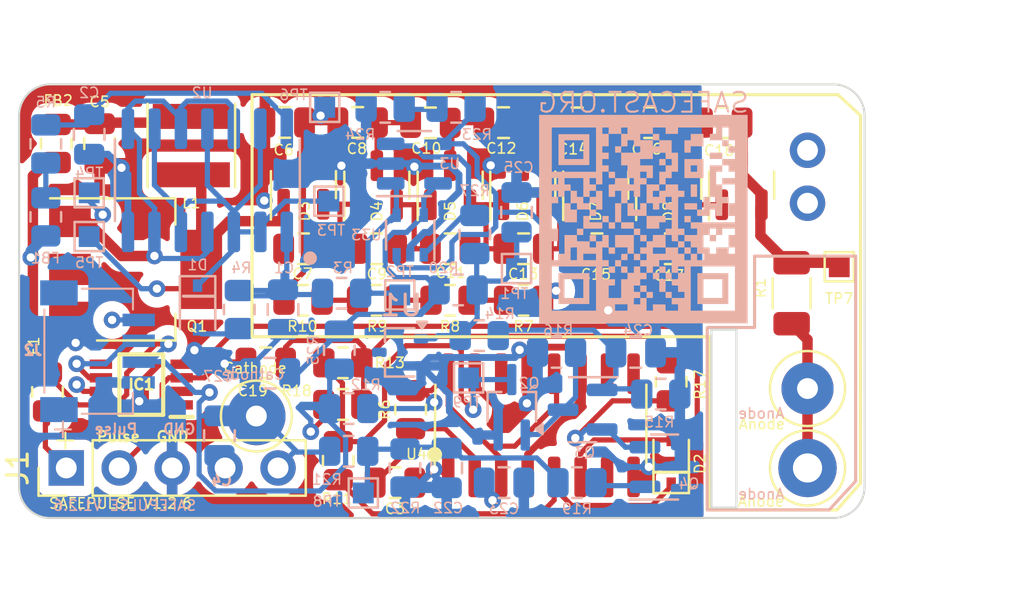
<source format=kicad_pcb>
(kicad_pcb (version 20241229) (generator "pcbnew") (generator_version "9.0")
  (title_block (title "SafePulse High Voltage Geiger Muller Power Supply") (date "2025-04-03") (rev "V1.2.6") (comment 1 "Double Sided Version With Counter"))
  (layers (0 "F.Cu" signal) (4 "In1.Cu" signal) (6 "In2.Cu" signal) (2 "B.Cu" signal) (13 "F.Paste" user) (15 "B.Paste" user) (5 "F.SilkS" user "F.Silkscreen") (7 "B.SilkS" user "B.Silkscreen") (1 "F.Mask" user) (3 "B.Mask" user) (25 "Edge.Cuts" user))
  (net 0 "")
  (net 1 "Net-(C1-Pad1)")
  (net 2 "Net-(U2G-VCC)")
  (net 3 "GND")
  (net 4 "Net-(U4A-RxCx)")
  (net 5 "Net-(Q1-D)")
  (net 6 "Net-(D3-A)")
  (net 7 "+3V3")
  (net 8 "Net-(D4-A)")
  (net 9 "Net-(D5-A)")
  (net 10 "Net-(D6-A)")
  (net 11 "Net-(D7-A)")
  (net 12 "+1V2")
  (net 13 "Net-(D8-A)")
  (net 14 "Net-(D9-A)")
  (net 15 "Net-(U4A-R)")
  (net 16 "Net-(C22-Pad1)")
  (net 17 "Net-(FB1-Pad2)")
  (net 18 "Net-(H1-Pad1)")
  (net 19 "Net-(H2-Pad1)")
  (net 20 "Net-(R8-Pad2)")
  (net 21 "Net-(C19-Pad1)")
  (net 22 "Net-(Q3-B)")
  (net 23 "Net-(R10-Pad2)")
  (net 24 "Net-(C5-Pad1)")
  (net 25 "Net-(U3-V+)")
  (net 26 "Net-(D1-K)")
  (net 27 "Net-(D1-A)")
  (net 28 "Net-(D2-A)")
  (net 29 "Net-(D2-K)")
  (net 30 "Net-(J1-Pin_1)")
  (net 32 "Net-(IC1-SDA)")
  (net 33 "Net-(R7-Pad2)")
  (net 35 "Net-(C6-Pad2)")
  (net 36 "Net-(C10-Pad1)")
  (net 38 "Net-(C10-Pad2)")
  (net 39 "Net-(Q1-G)")
  (net 40 "Net-(C12-Pad2)")
  (net 41 "Net-(Q2-B)")
  (net 42 "Net-(C14-Pad2)")
  (net 43 "Net-(Q2-C)")
  (net 44 "Net-(C16-Pad2)")
  (net 45 "Net-(Q3-E)")
  (net 46 "Net-(Q4-B)")
  (net 47 "Net-(R23-Pad2)")
  (net 48 "Net-(U3--)")
  (net 49 "Net-(R3-Pad2)")
  (net 50 "Net-(U3-+)")
  (net 60 "/SDA")
  (footprint "Capacitor_SMD:C_0805_2012Metric" (layer "F.Cu") (at 146.9187 65.05)
    (property "Reference" "C11")
    (property "Value" "0.1uF" (hide yes))
  )
  (footprint "Resistor_SMD:R_0805_2012Metric" (layer "F.Cu") (at 127.6 71.915 90)
    (property "Reference" "F1")
    (property "Value" "Polyfuse" (hide yes))
  )
  (footprint "Connector_PinHeader_2.54mm:PinHeader_1x02_P2.54mm_Vertical" (layer "F.Cu") (at 164.06 60.325)
    (property "Reference" "two_pinheader1" (hide yes))
    (property "Value" "Conn_01x03_Male" (hide yes))
  )
  (footprint "Capacitor_SMD:C_0805_2012Metric" (layer "F.Cu") (at 143.3983 65.05)
    (property "Reference" "C9")
    (property "Value" "0.1uF" (hide yes))
  )
  (footprint "TestPoint:TestPoint_Loop_D3.50mm_Drill1.4mm_Beaded" (layer "F.Cu") (at 164.06 71.755 90)
    (property "Reference" "H2" (hide yes))
    (property "Value" "Anode")
  )
  (footprint "TestPoint:TestPoint_Loop_D3.50mm_Drill1.4mm_Beaded" (layer "F.Cu") (at 164.06 75.565)
    (property "Reference" "H4" (hide yes))
    (property "Value" "Anode")
  )
  (footprint "Package_TO_SOT_SMD:SOT-23" (layer "F.Cu") (at 157.4 62 90)
    (property "Reference" "D8")
    (property "Value" "BAV23S" (hide yes))
  )
  (footprint "Package_TO_SOT_SMD:SOT-23" (layer "F.Cu") (at 143.4 62 90)
    (property "Reference" "D4")
    (property "Value" "BAV23S" (hide yes))
  )
  (footprint "Capacitor_SMD:C_0805_2012Metric" (layer "F.Cu") (at 149.48 59)
    (property "Reference" "C12")
    (property "Value" "0.1uF" (hide yes))
  )
  (footprint "Capacitor_SMD:C_0805_2012Metric" (layer "F.Cu") (at 150.439 65.05)
    (property "Reference" "C13")
    (property "Value" "0.1uF" (hide yes))
  )
  (footprint "Resistor_SMD:R_0805_2012Metric" (layer "F.Cu") (at 157.52 71.4325 -90)
    (property "Reference" "R17")
    (property "Value" "499k" (hide yes))
  )
  (footprint "Capacitor_SMD:C_0805_2012Metric" (layer "F.Cu") (at 145.97 59.01)
    (property "Reference" "C10")
    (property "Value" "0.1uF" (hide yes))
  )
  (footprint "Package_TO_SOT_SMD:SOT-23" (layer "F.Cu") (at 139.878 61.976 90)
    (property "Reference" "D3")
    (property "Value" "BAV23S" (hide yes))
  )
  (footprint "Resistor_SMD:R_0805_2012Metric" (layer "F.Cu") (at 146.912 67.52 180)
    (property "Reference" "R8")
    (property "Value" "22M" (hide yes))
  )
  (footprint "Resistor_SMD:R_0805_2012Metric" (layer "F.Cu") (at 128.02 60 90)
    (property "Reference" "FB2")
    (property "Value" "74279220321" (hide yes))
  )
  (footprint "Resistor_SMD:R_0805_2012Metric" (layer "F.Cu") (at 150.439 67.52 180)
    (property "Reference" "R7")
    (property "Value" "22M" (hide yes))
  )
  (footprint "Resistor_SMD:R_0805_2012Metric" (layer "F.Cu") (at 145.02 72.77 -90)
    (property "Reference" "R6")
    (property "Value" "121k" (hide yes))
  )
  (footprint "Capacitor_SMD:C_0805_2012Metric" (layer "F.Cu") (at 153.9593 65.05)
    (property "Reference" "C15")
    (property "Value" "0.1uF" (hide yes))
  )
  (footprint "Package_TO_SOT_SMD:SOT-23" (layer "F.Cu") (at 150.4 62 90)
    (property "Reference" "D6")
    (property "Value" "BAV23S" (hide yes))
  )
  (footprint "TestPoint:TestPoint_Loop_D2.60mm_Drill1.4mm_Beaded" (layer "F.Cu") (at 137.62 73.075)
    (property "Reference" "H1" (hide yes))
    (property "Value" "Cathode")
  )
  (footprint "Package_TO_SOT_SMD:SOT-23" (layer "F.Cu") (at 153.9 62 90)
    (property "Reference" "D7")
    (property "Value" "BAV23S" (hide yes))
  )
  (footprint "Capacitor_SMD:C_0805_2012Metric" (layer "F.Cu") (at 138.98 58.99)
    (property "Reference" "C6")
    (property "Value" "0.1uF" (hide yes))
  )
  (footprint "Capacitor_SMD:C_0805_2012Metric" (layer "F.Cu") (at 130.1 60 -90)
    (property "Reference" "C5")
    (property "Value" "10uF" (hide yes))
  )
  (footprint "Connector_PinHeader_2.54mm:PinHeader_1x05_P2.54mm_Vertical" (layer "F.Cu") (at 128.5 75.565 90)
    (property "Reference" "J1")
    (property "Value" "Conn_01x03_Male")
  )
  (footprint "Resistor_SMD:R_1206_3216Metric" (layer "F.Cu") (at 163.298 67.183 -90)
    (property "Reference" "R1")
    (property "Value" "4.99M" (hide yes))
  )
  (footprint "Capacitor_SMD:C_0805_2012Metric" (layer "F.Cu") (at 157.4797 65.05)
    (property "Reference" "C17")
    (property "Value" "0.1uF" (hide yes))
  )
  (footprint "Resistor_SMD:R_0805_2012Metric" (layer "F.Cu") (at 141.77 72.52 180)
    (property "Reference" "R18")
    (property "Value" "1k" (hide yes))
  )
  (footprint "Capacitor_SMD:C_0805_2012Metric" (layer "F.Cu") (at 139.878 65.05)
    (property "Reference" "C7")
    (property "Value" "0.1uF" (hide yes))
  )
  (footprint "Capacitor_SMD:C_0805_2012Metric" (layer "F.Cu") (at 153.01 59.01)
    (property "Reference" "C14")
    (property "Value" "0.1uF" (hide yes))
  )
  (footprint "Inductor_SMD:L_Taiyo-Yuden_MD-4040" (layer "F.Cu") (at 134.5 60.1 -90)
    (property "Reference" "L1")
    (property "Value" "4.7uH" (hide yes))
  )
  (footprint "Resistor_SMD:R_0805_2012Metric" (layer "F.Cu") (at 141.55 75.215 90)
    (property "Reference" "R11")
    (property "Value" "33k" (hide yes))
  )
  (footprint "Resistor_SMD:R_0805_2012Metric" (layer "F.Cu") (at 139.858 67.52)
    (property "Reference" "R10")
    (property "Value" "22M" (hide yes))
  )
  (footprint "Library:QR_code_SafePulse" (layer "F.Cu") (at 156.186 63.627)
    (property "Reference" "REF**" (hide yes))
    (property "Value" "LOGO" (hide yes))
  )
  (footprint "Capacitor_SMD:C_0805_2012Metric" (layer "F.Cu") (at 159.97 59)
    (property "Reference" "C18")
    (property "Value" "0.1uF" (hide yes))
  )
  (footprint "Resistor_SMD:R_0805_2012Metric" (layer "F.Cu") (at 143.385 67.52 180)
    (property "Reference" "R9")
    (property "Value" "22M" (hide yes))
  )
  (footprint "Resistor_SMD:R_0805_2012Metric" (layer "F.Cu") (at 141.77 70.52 180)
    (property "Reference" "R13")
    (property "Value" "100k" (hide yes))
  )
  (footprint "Capacitor_SMD:C_0805_2012Metric" (layer "F.Cu") (at 156.49 59)
    (property "Reference" "C16")
    (property "Value" "0.1uF" (hide yes))
  )
  (footprint "Package_SO:SOIC-16_3.9x9.9mm_P1.27mm" (layer "F.Cu") (at 151.27 73.52 90)
    (property "Reference" "U4")
    (property "Value" "CD14538BM" (hide yes))
  )
  (footprint "Package_TO_SOT_SMD:SOT-223-3_TabPin4" (layer "F.Cu") (at 131.826 66.04)
    (property "Reference" "Q1")
    (property "Value" "FQT7N10L" (hide yes))
  )
  (footprint "Package_TO_SOT_SMD:SOT-23" (layer "F.Cu") (at 160.9 62 90)
    (property "Reference" "D9")
    (property "Value" "BAV23S" (hide yes))
  )
  (footprint "Diode_SMD:D_SOD-323" (layer "F.Cu") (at 157.52 75.27 90)
    (property "Reference" "D2")
    (property "Value" "BAS16J" (hide yes))
  )
  (footprint "TestPoint:TestPoint_Pad_1.0x1.0mm" (layer "F.Cu") (at 165.584 65.913)
    (property "Reference" "TP7")
    (property "Value" "TestPoint" (hide yes))
  )
  (footprint "Capacitor_SMD:C_0805_2012Metric" (layer "F.Cu") (at 138.07 70.52 180)
    (property "Reference" "C19")
    (property "Value" "10uF" (hide yes))
  )
  (footprint "Capacitor_SMD:C_0805_2012Metric" (layer "F.Cu") (at 142.48 58.99)
    (property "Reference" "C8")
    (property "Value" "0.1uF" (hide yes))
  )
  (footprint "Package_TO_SOT_SMD:SOT-23" (layer "F.Cu") (at 146.9187 62 90)
    (property "Reference" "D5")
    (property "Value" "BAV23S" (hide yes))
  )
  (footprint "Library:SOP65P400X80-8N" (layer "F.Cu") (at 132.1 71.565 180)
    (property "Reference" "IC1")
    (property "Value" "S-35770E01I-K8T2U" (hide yes))
  )
  (footprint "Capacitor_SMD:C_0805_2012Metric" (layer "F.Cu") (at 144.27 76.27)
    (property "Reference" "C3")
    (property "Value" "10nF" (hide yes))
  )
  (footprint "TestPoint:TestPoint_Pad_1.0x1.0mm" (layer "B.Cu") (at 129.6 64.465 180)
    (property "Reference" "TP5")
    (property "Value" "TestPoint" (hide yes))
  )
  (footprint "Resistor_SMD:R_0805_2012Metric" (layer "B.Cu") (at 142.05 74.765)
    (property "Reference" "R21")
    (property "Value" "47k" (hide yes))
  )
  (footprint "TestPoint:TestPoint_Pad_1.0x1.0mm" (layer "B.Cu") (at 150.1 66 180)
    (property "Reference" "TP1")
    (property "Value" "TestPoint" (hide yes))
  )
  (footprint "Resistor_SMD:R_0805_2012Metric" (layer "B.Cu") (at 142.05 72.715)
    (property "Reference" "R12")
    (property "Value" "100" (hide yes))
  )
  (footprint "Package_TO_SOT_SMD:SOT-23" (layer "B.Cu") (at 153.27 72.77 180)
    (property "Reference" "Q3")
    (property "Value" "MMBT3906" (hide yes))
  )
  (footprint "TestPoint:TestPoint_Pad_1.0x1.0mm" (layer "B.Cu") (at 140.9 58.265 180)
    (property "Reference" "TP6")
    (property "Value" "TestPoint" (hide yes))
  )
  (footprint "Resistor_SMD:R_0805_2012Metric" (layer "B.Cu") (at 143.8 58.265 180)
    (property "Reference" "R24")
    (property "Value" "22k" (hide yes))
  )
  (footprint "Capacitor_SMD:C_0805_2012Metric" (layer "B.Cu") (at 149.5 76.27)
    (property "Reference" "C23")
    (property "Value" "10uF" (hide yes))
  )
  (footprint "Capacitor_SMD:C_0805_2012Metric" (layer "B.Cu") (at 129.6 59.565 -90)
    (property "Reference" "C2")
    (property "Value" "10uF" (hide yes))
  )
  (footprint "TestPoint:TestPoint_Pad_1.0x1.0mm" (layer "B.Cu") (at 141.1 62.765 180)
    (property "Reference" "TP3")
    (property "Value" "TestPoint" (hide yes))
  )
  (footprint "Capacitor_SMD:C_0805_2012Metric" (layer "B.Cu") (at 155.82 70.02)
    (property "Reference" "C24")
    (property "Value" "10nF" (hide yes))
  )
  (footprint "Resistor_SMD:R_0805_2012Metric" (layer "B.Cu") (at 141.6 69.915 90)
    (property "Reference" "R25")
    (property "Value" "100" (hide yes))
  )
  (footprint "Resistor_SMD:R_0805_2012Metric" (layer "B.Cu") (at 144.75 75.565 -90)
    (property "Reference" "R22")
    (property "Value" "12K" (hide yes))
  )
  (footprint "Diode_SMD:D_SOD-323" (layer "B.Cu") (at 134.8 67.865 -90)
    (property "Reference" "D1")
    (property "Value" "BAS16J" (hide yes))
  )
  (footprint "Resistor_SMD:R_0805_2012Metric" (layer "B.Cu") (at 127.52 60.02 -90)
    (property "Reference" "R5")
    (property "Value" "100" (hide yes))
  )
  (footprint "Capacitor_SMD:C_0805_2012Metric" (layer "B.Cu") (at 146.75 75.565 -90)
    (property "Reference" "C22")
    (property "Value" "1.5nF" (hide yes))
  )
  (footprint "Package_TO_SOT_SMD:SOT-23" (layer "B.Cu") (at 157.2 75.52)
    (property "Reference" "Q4")
    (property "Value" "MMBT3906" (hide yes))
  )
  (footprint "Resistor_SMD:R_0805_2012Metric" (layer "B.Cu") (at 147.3 67.024)
    (property "Reference" "R20")
    (property "Value" "118K" (hide yes))
  )
  (footprint "Package_TO_SOT_SMD:SOT-323_SC-70_Handsoldering" (layer "B.Cu") (at 149.87 72.655 90)
    (property "Reference" "Q2")
    (property "Value" "BC846A" (hide yes))
  )
  (footprint "Resistor_SMD:R_0805_2012Metric" (layer "B.Cu") (at 147.2 58.265 180)
    (property "Reference" "R23")
    (property "Value" "1.54M" (hide yes))
  )
  (footprint "Capacitor_SMD:C_0805_2012Metric" (layer "B.Cu") (at 138.9 67.965 -90)
    (property "Reference" "C1")
    (property "Value" "150pF" (hide yes))
  )
  (footprint "Capacitor_SMD:C_0805_2012Metric" (layer "B.Cu") (at 135.85 74.015 -90)
    (property "Reference" "C4")
    (property "Value" "10uF" (hide yes))
  )
  (footprint "Resistor_SMD:R_0805_2012Metric" (layer "B.Cu") (at 148.312 69.215)
    (property "Reference" "R14")
    (property "Value" "357k" (hide yes))
  )
  (footprint "TestPoint:TestPoint_Pad_1.0x1.0mm" (layer "B.Cu") (at 144.5 67.265 180)
    (property "Reference" "TP2")
    (property "Value" "TestPoint" (hide yes))
  )
  (footprint "TestPoint:TestPoint_Pad_1.0x1.0mm" (layer "B.Cu") (at 142.75 76.765 180)
    (property "Reference" "TP8")
    (property "Value" "TestPoint" (hide yes))
  )
  (footprint "TestPoint:TestPoint_Pad_1.0x1.0mm" (layer "B.Cu") (at 147.804 71.247 180)
    (property "Reference" "TP9")
    (property "Value" "TestPoint" (hide yes))
  )
  (footprint "Library:4208" (layer "B.Cu") (at 130 69.965 90)
    (property "Reference" "J2")
    (property "Value" "4208" (hide yes))
  )
  (footprint "Package_SO:SOIC-14_3.9x8.7mm_P1.27mm" (layer "B.Cu") (at 135.27 61.765 90)
    (property "Reference" "U2")
    (property "Value" "74HC14" (hide yes))
  )
  (footprint "Capacitor_SMD:C_0805_2012Metric" (layer "B.Cu") (at 138.27 71.02 180)
    (property "Reference" "C27")
    (property "Value" "10uF" (hide yes))
  )
  (footprint "Resistor_SMD:R_0805_2012Metric" (layer "B.Cu") (at 141.708 67.183)
    (property "Reference" "R3")
    (property "Value" "100K" (hide yes))
  )
  (footprint "Resistor_SMD:R_0805_2012Metric" (layer "B.Cu") (at 136.8 67.965 -90)
    (property "Reference" "R4")
    (property "Value" "10K" (hide yes))
  )
  (footprint "Package_TO_SOT_SMD:SOT-23-5" (layer "B.Cu") (at 145.2 60.965)
    (property "Reference" "U3")
    (property "Value" "TLV27L1DBVT" (hide yes))
  )
  (footprint "Resistor_SMD:R_0805_2012Metric" (layer "B.Cu") (at 157.02 72.02)
    (property "Reference" "R15")
    (property "Value" "220k" (hide yes))
  )
  (footprint "TestPoint:TestPoint_Pad_1.0x1.0mm" (layer "B.Cu") (at 129.6 62.365 180)
    (property "Reference" "TP4")
    (property "Value" "TestPoint" (hide yes))
  )
  (footprint "Package_TO_SOT_SMD:SOT-323_SC-70" (layer "B.Cu") (at 144.52 70.02 180)
    (property "Reference" "U1")
    (property "Value" "TS4061AICT-1.25")
  )
  (footprint "Resistor_SMD:R_0805_2012Metric" (layer "B.Cu") (at 152.02 70.02 180)
    (property "Reference" "R16")
    (property "Value" "1M" (hide yes))
  )
  (footprint "Capacitor_SMD:C_0805_2012Metric" (layer "B.Cu") (at 150.1 63.3 90)
    (property "Reference" "C25")
    (property "Value" "2.2uF" (hide yes))
  )
  (footprint "Resistor_SMD:R_0805_2012Metric" (layer "B.Cu") (at 127.52 63.52 90)
    (property "Reference" "FB1")
    (property "Value" "74279220321" (hide yes))
  )
  (footprint "Resistor_SMD:R_0805_2012Metric" (layer "B.Cu") (at 148.1 64.365 -90)
    (property "Reference" "R27")
    (property "Value" "1.54M" (hide yes))
  )
  (footprint "Resistor_SMD:R_0805_2012Metric" (layer "B.Cu") (at 153 76.27 180)
    (property "Reference" "R19")
    (property "Value" "100k" (hide yes))
  )
  (footprint "Package_TO_SOT_SMD:SOT-353_SC-70-5" (layer "B.Cu") (at 145 64.389 90)
    (property "Reference" "U33")
    (property "Value" "MAX9910EXK+T" (hide yes))
  )
  (gr_line (start 137.414 69.27) (end 159.4 69.27) (stroke (width 0.15)) (layer "F.SilkS"))
  (gr_line (start 158.37 75.77) (end 156.67 75.77) (stroke (width 0.15)) (layer "F.SilkS"))
  (gr_line (start 159.4 69.27) (end 159.4 77.57) (stroke (width 0.15)) (layer "F.SilkS"))
  (gr_line (start 159.4 77.585) (end 165.471 77.580787) (stroke (width 0.15)) (layer "F.SilkS"))
  (gr_line (start 137.414 69.27) (end 137.414 57.658) (stroke (width 0.15)) (layer "F.SilkS"))
  (gr_line (start 166.597 76.3) (end 165.471 77.580787) (stroke (width 0.15)) (layer "F.SilkS"))
  (gr_line (start 166.604 58.658) (end 166.597 76.3) (stroke (width 0.15)) (layer "F.SilkS"))
  (gr_line (start 165.52 57.658) (end 137.414 57.658) (stroke (width 0.15)) (layer "F.SilkS"))
  (gr_line (start 165.52 57.658) (end 166.604 58.658) (stroke (width 0.15)) (layer "F.SilkS"))
  (gr_line (start 159.27 77.575) (end 165.1 77.575) (stroke (width 0.15)) (layer "B.SilkS"))
  (gr_line (start 166.37 76.2) (end 165.1 77.575) (stroke (width 0.15)) (layer "B.SilkS"))
  (gr_line (start 159.27 68.825) (end 161.495 68.825) (stroke (width 0.15)) (layer "B.SilkS"))
  (gr_line (start 161.52 65.405) (end 166.37 65.405) (stroke (width 0.15)) (layer "B.SilkS"))
  (gr_line (start 134.12 67.325) (end 135.62 67.325) (stroke (width 0.15)) (layer "B.SilkS"))
  (gr_line (start 166.37 65.405) (end 166.37 76.2) (stroke (width 0.15)) (layer "B.SilkS"))
  (gr_line (start 159.25 68.835) (end 159.25 77.575) (stroke (width 0.15)) (layer "B.SilkS"))
  (gr_circle (center 140.2 65.5) (end 139.95 65.5) (stroke (width 0.15)) (fill yes) (layer "B.SilkS"))
  (gr_line (start 161.52 68.825) (end 161.52 65.405) (stroke (width 0.15)) (layer "B.SilkS"))
  (gr_arc (start 166.8 76.465) (mid 166.36066 77.52566) (end 165.3 77.965) (stroke (width 0.1)) (layer "Edge.Cuts"))
  (gr_line (start 165.3 77.965) (end 127.738 77.965) (stroke (width 0.1)) (layer "Edge.Cuts"))
  (gr_line (start 166.8 58.665) (end 166.8 76.465) (stroke (width 0.1)) (layer "Edge.Cuts"))
  (gr_arc (start 126.238 58.665) (mid 126.67734 57.60434) (end 127.738 57.165) (stroke (width 0.1)) (layer "Edge.Cuts"))
  (gr_arc (start 165.3 57.165) (mid 166.36066 57.60434) (end 166.8 58.665) (stroke (width 0.1)) (layer "Edge.Cuts"))
  (gr_rect (start 159.45 68.925) (end 160.65 77.465) (stroke (width 0.1)) (fill no) (layer "Edge.Cuts"))
  (gr_line (start 165.3 57.165) (end 127.738 57.165) (stroke (width 0.1)) (layer "Edge.Cuts"))
  (gr_arc (start 127.738 77.965) (mid 126.67734 77.52566) (end 126.238 76.465) (stroke (width 0.1)) (layer "Edge.Cuts"))
  (gr_line (start 126.238 76.465) (end 126.238 58.665) (stroke (width 0.1)) (layer "Edge.Cuts"))
  (gr_text "SAFEPULSE V1.2.6\n" (at 131.1 77.265 0) (layer "F.SilkS") (effects (font (size 0.5 0.5) (thickness 0.075))))
  (gr_text "+" (at 128.46 74.165 0) (layer "F.SilkS") (effects (font (size 1 1) (thickness 0.1))))
  (gr_text "Pulse" (at 131 74.065 0) (layer "F.SilkS") (effects (font (size 0.5 0.5) (thickness 0.1))))
  (gr_text "GND\n" (at 133.6 74.065 0) (layer "F.SilkS") (effects (font (size 0.5 0.5) (thickness 0.1))))
  (gr_text "GND\n" (at 133.925 73.7 0) (layer "B.SilkS") (effects (font (size 0.5 0.5) (thickness 0.1)) (justify mirror)))
  (gr_text "SAFECAST.ORG" (at 156.186 58.039 0) (layer "B.SilkS") (effects (font (size 0.95 0.95) (thickness 0.1)) (justify mirror)))
  (gr_text "+" (at 128.341 73.64 0) (layer "B.SilkS") (effects (font (size 1 1) (thickness 0.1)) (justify mirror)))
  (gr_text "SAFEPULSE V1.2.6\n" (at 131.3 77.365 0) (layer "B.SilkS") (effects (font (size 0.5 0.5) (thickness 0.075)) (justify mirror)))
  (gr_text "Pulse" (at 130.881 73.7 0) (layer "B.SilkS") (effects (font (size 0.5 0.5) (thickness 0.1)) (justify mirror)))
  (segment (start 138.3628 67.3075) (end 138.758 67.3075) (width 0.25) (layer "B.Cu") (net 1))
  (segment (start 138.758 67.3075) (end 138.77 67.32) (width 0.25) (layer "B.Cu") (net 1))
  (segment (start 139.08 67.01) (end 138.845 67.245) (width 0.25) (layer "B.Cu") (net 1))
  (segment (start 140.382 67.245) (end 140.7335 67.245) (width 0.25) (layer "B.Cu") (net 1))
  (segment (start 139.08 64.24) (end 139.08 65.195) (width 0.25) (layer "B.Cu") (net 1))
  (segment (start 138.77 67.32) (end 138.845 67.245) (width 0.25) (layer "B.Cu") (net 1))
  (segment (start 138.845 67.245) (end 140.382 67.245) (width 0.25) (layer "B.Cu") (net 1))
  (segment (start 138.9 66.2825) (end 138.9 67.015) (width 0.25) (layer "B.Cu") (net 1))
  (segment (start 136.8 67.0525) (end 138.1078 67.0525) (width 0.25) (layer "B.Cu") (net 1))
  (segment (start 138.845 67.245) (end 138.77 67.32) (width 0.25) (layer "B.Cu") (net 1))
  (segment (start 139.08 65.195) (end 139.08 66.1025) (width 0.25) (layer "B.Cu") (net 1))
  (segment (start 140.7335 67.245) (end 140.7955 67.183) (width 0.25) (layer "B.Cu") (net 1))
  (segment (start 136.52 67.3075) (end 138.3628 67.3075) (width 0.25) (layer "B.Cu") (net 1))
  (segment (start 139.08 66.1025) (end 139.08 67.01) (width 0.25) (layer "B.Cu") (net 1))
  (segment (start 138.1078 67.0525) (end 138.3628 67.3075) (width 0.25) (layer "B.Cu") (net 1))
  (segment (start 139.08 66.1025) (end 138.9 66.2825) (width 0.25) (layer "B.Cu") (net 1))
  (segment (start 127.52 59.1075) (end 129.482 59.1075) (width 0.25) (layer "B.Cu") (net 2))
  (segment (start 130.627 57.5885) (end 129.6 58.615) (width 0.25) (layer "B.Cu") (net 2))
  (segment (start 129.52 59.07) (end 129.59 59) (width 0.25) (layer "B.Cu") (net 2))
  (segment (start 137.873 57.5885) (end 130.627 57.5885) (width 0.25) (layer "B.Cu") (net 2))
  (segment (start 129.59 59) (end 129.6 58.99) (width 0.25) (layer "B.Cu") (net 2))
  (segment (start 139.08 59.29) (end 139.08 58.795) (width 0.25) (layer "B.Cu") (net 2))
  (segment (start 129.6 58.99) (end 129.6 58.615) (width 0.25) (layer "B.Cu") (net 2))
  (segment (start 139.08 58.795) (end 137.873 57.5885) (width 0.25) (layer "B.Cu") (net 2))
  (segment (start 129.482 59.1075) (end 129.52 59.07) (width 0.25) (layer "B.Cu") (net 2))
  (segment (start 129.046 68.34) (end 129.09 68.34) (width 0.25) (layer "F.Cu") (net 3))
  (segment (start 146.825 75.995) (end 146.825 76.69) (width 0.3302) (layer "F.Cu") (net 3))
  (segment (start 128.676 68.34) (end 129.046 68.34) (width 0.25) (layer "F.Cu") (net 3))
  (segment (start 150.635 74.905) (end 150.635 75.995) (width 0.3302) (layer "F.Cu") (net 3))
  (segment (start 146.461 75.6312) (end 146.147 75.6312) (width 0.3302) (layer "F.Cu") (net 3))
  (segment (start 153.175 71.045) (end 153.175 72.365) (width 0.3302) (layer "F.Cu") (net 3))
  (segment (start 136.145 70.52) (end 137.12 70.52) (width 0.3302) (layer "F.Cu") (net 3))
  (segment (start 150.6 72.465) (end 150.045 73.02) (width 0.3302) (layer "F.Cu") (net 3))
  (segment (start 150.045 73.02) (end 149.52 73.02) (width 0.3302) (layer "F.Cu") (net 3))
  (segment (start 156.45 75.515) (end 155.97 75.995) (width 0.3302) (layer "F.Cu") (net 3))
  (segment (start 128.676 68.34) (end 129.046 68.34) (width 0.25) (layer "F.Cu") (net 3))
  (segment (start 148.095 71.595) (end 148.095 71.045) (width 0.3302) (layer "F.Cu") (net 3))
  (segment (start 131.15 61.165) (end 130.715 61.165) (width 0.5) (layer "F.Cu") (net 3))
  (segment (start 150.635 71.045) (end 150.635 70.135) (width 0.3302) (layer "F.Cu") (net 3))
  (segment (start 136.1 70.565) (end 136.145 70.52) (width 0.3302) (layer "F.Cu") (net 3))
  (segment (start 151 69.77) (end 152.83 69.77) (width 0.3302) (layer "F.Cu") (net 3))
  (segment (start 145.508 76.27) (end 145.22 76.27) (width 0.3302) (layer "F.Cu") (net 3))
  (segment (start 153.175 72.365) (end 150.635 74.905) (width 0.3302) (layer "F.Cu") (net 3))
  (segment (start 130.715 61.165) (end 130.5 60.95) (width 0.5) (layer "F.Cu") (net 3))
  (segment (start 146.825 75.995) (end 146.461 75.6312) (width 0.3302) (layer "F.Cu") (net 3))
  (segment (start 153.175 70.115) (end 153.175 71.045) (width 0.3302) (layer "F.Cu") (net 3))
  (segment (start 150.52 75.88) (end 150.635 75.995) (width 0.3302) (layer "F.Cu") (net 3))
  (segment (start 146.147 75.6312) (end 145.508 76.27) (width 0.3302) (layer "F.Cu") (net 3))
  (segment (start 149.52 73.02) (end 148.095 71.595) (width 0.3302) (layer "F.Cu") (net 3))
  (segment (start 138.001 62.7392) (end 138.02 62.7205) (width 0.3302) (layer "F.Cu") (net 3))
  (segment (start 128.95 69.565) (end 128.95 68.614) (width 0.3302) (layer "F.Cu") (net 3))
  (segment (start 134.038 70.527) (end 134.038 70.59) (width 0.3302) (layer "F.Cu") (net 3))
  (segment (start 128.95 68.614) (end 128.676 68.34) (width 0.3302) (layer "F.Cu") (net 3))
  (segment (start 134.65 69.915) (end 134.038 70.527) (width 0.3302) (layer "F.Cu") (net 3))
  (segment (start 128.676 68.34) (end 129.046 68.34) (width 0.25) (layer "F.Cu") (net 3))
  (segment (start 155.97 75.995) (end 155.715 75.995) (width 0.3302) (layer "F.Cu") (net 3))
  (segment (start 138.02 59.03) (end 138.05 59) (width 0.3302) (layer "F.Cu") (net 3))
  (segment (start 138.05 59) (end 138.05 58.74) (width 0.3302) (layer "F.Cu") (net 3))
  (segment (start 129.046 68.34) (end 129.09 68.34) (width 0.25) (layer "F.Cu") (net 3))
  (segment (start 138.05 58.74) (end 138.05 58.65) (width 0.3302) (layer "F.Cu") (net 3))
  (segment (start 138.05 59) (end 138.05 58.74) (width 0.3302) (layer "F.Cu") (net 3))
  (segment (start 138.02 62.7205) (end 138.02 59.03) (width 0.3302) (layer "F.Cu") (net 3))
  (segment (start 150.635 70.135) (end 151 69.77) (width 0.3302) (layer "F.Cu") (net 3))
  (segment (start 129.09 68.34) (end 129.427 68.34) (width 0.25) (layer "F.Cu") (net 3))
  (segment (start 152.83 69.77) (end 153.175 70.115) (width 0.3302) (layer "F.Cu") (net 3))
  (via (at 138.001 62.7392) (size 0.8) (drill 0.4) (layers "F.Cu" "B.Cu") (net 3))
  (via (at 136.1 70.565) (size 0.8) (drill 0.4) (layers "F.Cu" "B.Cu") (net 3))
  (via (at 146.147 75.6312) (size 0.8) (drill 0.4) (layers "F.Cu" "B.Cu") (net 3))
  (via (at 148.861 61.0499) (size 0.8) (drill 0.4) (layers "F.Cu" "B.Cu") (net 3))
  (via (at 145.2 61.1138) (size 0.8) (drill 0.4) (layers "F.Cu" "B.Cu") (net 3))
  (via (at 150.25 69.9015) (size 0.8) (drill 0.4) (layers "F.Cu" "B.Cu") (net 3))
  (via (at 154.5 68) (size 0.8) (drill 0.4) (layers "F.Cu" "B.Cu") (net 3))
  (via (at 131.15 61.165) (size 0.8) (drill 0.4) (layers "F.Cu" "B.Cu") (net 3))
  (via (at 134.65 69.915) (size 0.8) (drill 0.4) (layers "F.Cu" "B.Cu") (net 3))
  (via (at 132 72.365) (size 0.8) (drill 0.4) (layers "F.Cu" "B.Cu") (net 3))
  (via (at 156.45 75.515) (size 0.8) (drill 0.4) (layers "F.Cu" "B.Cu") (net 3))
  (via (at 150.6 72.465) (size 0.8) (drill 0.4) (layers "F.Cu" "B.Cu") (net 3))
  (via (at 128.95 69.565) (size 0.8) (drill 0.4) (layers "F.Cu" "B.Cu") (net 3))
  (via (at 141.7 61.065) (size 0.8) (drill 0.4) (layers "F.Cu" "B.Cu") (net 3))
  (segment (start 138.77 69.22) (end 138.57 69.22) (width 0.25) (layer "B.Cu") (net 3))
  (segment (start 136.1 70.565) (end 137.475 70.565) (width 0.25) (layer "B.Cu") (net 3))
  (segment (start 146.88 72.855) (end 146.88 72.03) (width 0.3302) (layer "B.Cu") (net 3))
  (segment (start 145.674 64.265) (end 145 64.9391) (width 0.3302) (layer "B.Cu") (net 3))
  (segment (start 144.062 60.965) (end 144.0625 60.965) (width 0.3302) (layer "B.Cu") (net 3))
  (segment (start 146.6 63.065) (end 146.6 63.565) (width 0.3302) (layer "B.Cu") (net 3))
  (segment (start 144.0625 60.965) (end 145.051 60.965) (width 0.3302) (layer "B.Cu") (net 3))
  (segment (start 131.46 61.475) (end 131.46 63.465) (width 0.3302) (layer "B.Cu") (net 3))
  (segment (start 132 72.365) (end 132 71.49) (width 0.3302) (layer "B.Cu") (net 3))
  (segment (start 131.15 61.165) (end 131.46 61.475) (width 0.3302) (layer "B.Cu") (net 3))
  (segment (start 150.6 72.465) (end 150.4 72.665) (width 0.3302) (layer "B.Cu") (net 3))
  (segment (start 151.02 69.4794) (end 151.02 70.569) (width 0.25) (layer "B.Cu") (net 3))
  (segment (start 138.051 62.7392) (end 138.001 62.7392) (width 0.3302) (layer "B.Cu") (net 3))
  (segment (start 146.88 72.03) (end 145.52 70.67) (width 0.3302) (layer "B.Cu") (net 3))
  (segment (start 145.051 60.965) (end 145.2 61.1138) (width 0.3302) (layer "B.Cu") (net 3))
  (segment (start 145.3 76.4775) (end 144.75 76.4775) (width 0.3302) (layer "B.Cu") (net 3))
  (segment (start 145.2 61.1138) (end 145.227 61.087) (width 0.3302) (layer "B.Cu") (net 3))
  (segment (start 137.475 70.565) (end 138.77 69.27) (width 0.25) (layer "B.Cu") (net 3))
  (segment (start 145.9 64.265) (end 145.674 64.265) (width 0.3302) (layer "B.Cu") (net 3))
  (segment (start 148.01 73.985) (end 146.88 72.855) (width 0.3302) (layer "B.Cu") (net 3))
  (segment (start 146.712 76.4775) (end 146.75 76.515) (width 0.3302) (layer "B.Cu") (net 3))
  (segment (start 145.227 61.087) (end 146.932 61.087) (width 0.3302) (layer "B.Cu") (net 3))
  (segment (start 156.455 75.52) (end 157.458 75.52) (width 0.3302) (layer "B.Cu") (net 3))
  (segment (start 145 64.9391) (end 145 65.339) (width 0.3302) (layer "B.Cu") (net 3))
  (segment (start 150.65 76.47) (end 150.45 76.27) (width 0.3302) (layer "B.Cu") (net 3))
  (segment (start 138.09 62.7) (end 138.051 62.7392) (width 0.3302) (layer "B.Cu") (net 3))
  (segment (start 147.34 61.495) (end 147.34 62.325) (width 0.3302) (layer "B.Cu") (net 3))
  (segment (start 146.6 63.565) (end 145.9 64.265) (width 0.3302) (layer "B.Cu") (net 3))
  (segment (start 145.925 70.265) (end 145.52 70.67) (width 0.3302) (layer "B.Cu") (net 3))
  (segment (start 131.15 61.165) (end 130.5 60.515) (width 0.3302) (layer "B.Cu") (net 3))
  (segment (start 149.22 73.985) (end 148.01 73.985) (width 0.3302) (layer "B.Cu") (net 3))
  (segment (start 157.932 72.02) (end 157.932 75.315) (width 0.5) (layer "B.Cu") (net 3))
  (segment (start 132 71.49) (end 131.975 71.465) (width 0.3302) (layer "B.Cu") (net 3))
  (segment (start 146.147 75.9117) (end 146.75 76.515) (width 0.3302) (layer "B.Cu") (net 3))
  (segment (start 150.4 72.665) (end 150.393 72.665) (width 0.3302) (layer "B.Cu") (net 3))
  (segment (start 146.147 75.6312) (end 146.147 75.9117) (width 0.3302) (layer "B.Cu") (net 3))
  (segment (start 146.932 61.087) (end 147.34 61.495) (width 0.3302) (layer "B.Cu") (net 3))
  (segment (start 150.025 70.265) (end 145.925 70.265) (width 0.3302) (layer "B.Cu") (net 3))
  (segment (start 130.5 60.515) (end 129.975 60.515) (width 0.3302) (layer "B.Cu") (net 3))
  (segment (start 147.34 62.325) (end 146.6 63.065) (width 0.3302) (layer "B.Cu") (net 3))
  (segment (start 146.147 75.6312) (end 145.3 76.4775) (width 0.3302) (layer "B.Cu") (net 3))
  (segment (start 138.77 69.27) (end 138.77 69.22) (width 0.25) (layer "B.Cu") (net 3))
  (segment (start 157.932 75.315) (end 158.138 75.52) (width 0.3302) (layer "B.Cu") (net 3))
  (segment (start 156.45 75.515) (end 156.455 75.52) (width 0.3302) (layer "B.Cu") (net 3))
  (segment (start 150.083 70.2066) (end 150.025 70.265) (width 0.3302) (layer "B.Cu") (net 3))
  (segment (start 148.095 76.695) (end 148.095 75.995) (width 0.25) (layer "F.Cu") (net 4))
  (segment (start 143.32 76.27) (end 145.02 74.57) (width 0.25) (layer "F.Cu") (net 4))
  (segment (start 145.02 74.57) (end 145.02 73.6825) (width 0.25) (layer "F.Cu") (net 4))
  (segment (start 148.095 75.995) (end 148.095 75.095) (width 0.25) (layer "F.Cu") (net 4))
  (segment (start 146.682 73.6825) (end 145.02 73.6825) (width 0.25) (layer "F.Cu") (net 4))
  (segment (start 148.095 75.095) (end 146.682 73.6825) (width 0.25) (layer "F.Cu") (net 4))
  (segment (start 134.55 61.45) (end 134.5 61.4) (width 0.25) (layer "F.Cu") (net 5))
  (segment (start 134.568 61.468) (end 134.55 61.45) (width 0.25) (layer "F.Cu") (net 5))
  (segment (start 139.088 63.656) (end 139.088 63.992) (width 0.25) (layer "F.Cu") (net 5))
  (segment (start 139.088 63.992) (end 139.088 64.328) (width 0.25) (layer "F.Cu") (net 5))
  (segment (start 134.976 65.064) (end 134.976 66.04) (width 0.25) (layer "F.Cu") (net 5))
  (segment (start 134.5 61.5) (end 134.55 61.45) (width 0.25) (layer "F.Cu") (net 5))
  (segment (start 134.976 65.064) (end 134.976 64.064) (width 0.5) (layer "F.Cu") (net 5))
  (segment (start 139.004 63.2544) (end 139.004 62.9135) (width 0.25) (layer "F.Cu") (net 5))
  (segment (start 134.5 61.4) (end 134.609 61.4) (width 0.25) (layer "F.Cu") (net 5))
  (segment (start 139.004 63.2544) (end 138.928 63.1784) (width 0.25) (layer "F.Cu") (net 5))
  (segment (start 139.088 63.992) (end 139.05 64.03) (width 0.25) (layer "F.Cu") (net 5))
  (segment (start 134.976 65.064) (end 134.976 66.04) (width 0.5) (layer "F.Cu") (net 5))
  (segment (start 139.05 64.515) (end 139.05 65) (width 0.25) (layer "F.Cu") (net 5))
  (segment (start 134.568 61.468) (end 134.55 61.45) (width 0.25) (layer "F.Cu") (net 5))
  (segment (start 134.051 66.965) (end 134.976 66.04) (width 0.25) (layer "F.Cu") (net 5))
  (segment (start 139.05 64.03) (end 139.05 64.515) (width 0.25) (layer "F.Cu") (net 5))
  (segment (start 134.55 61.45) (end 134.5 61.4) (width 0.25) (layer "F.Cu") (net 5))
  (segment (start 132.85 66.965) (end 134.051 66.965) (width 0.25) (layer "F.Cu") (net 5))
  (segment (start 138.943 63.656) (end 139.004 63.5954) (width 0.25) (layer "F.Cu") (net 5))
  (segment (start 138.928 64.637) (end 138.928 65.05) (width 0.25) (layer "F.Cu") (net 5))
  (segment (start 139.004 63.5954) (end 139.004 63.2544) (width 0.25) (layer "F.Cu") (net 5))
  (segment (start 134.976 64.064) (end 134.976 61.876) (width 0.5) (layer "F.Cu") (net 5))
  (segment (start 138.928 63.1784) (end 138.928 62.9135) (width 0.25) (layer "F.Cu") (net 5))
  (segment (start 138.873 63.726) (end 136.314 63.726) (width 0.5) (layer "F.Cu") (net 5))
  (segment (start 133.4 61.4) (end 134.5 61.4) (width 0.25) (layer "F.Cu") (net 5))
  (segment (start 136.314 63.726) (end 134.976 65.064) (width 0.5) (layer "F.Cu") (net 5))
  (segment (start 134.976 66.04) (end 134.976 65.064) (width 0.5) (layer "F.Cu") (net 5))
  (segment (start 134.976 64.064) (end 134.976 65.064) (width 0.25) (layer "F.Cu") (net 5))
  (segment (start 138.943 63.656) (end 139.088 63.656) (width 0.25) (layer "F.Cu") (net 5))
  (segment (start 139.05 64.515) (end 138.928 64.637) (width 0.25) (layer "F.Cu") (net 5))
  (segment (start 138.873 63.726) (end 138.943 63.656) (width 0.25) (layer "F.Cu") (net 5))
  (segment (start 134.976 61.876) (end 134.568 61.468) (width 0.25) (layer "F.Cu") (net 5))
  (via (at 132.85 66.965) (size 0.8) (drill 0.4) (layers "F.Cu" "B.Cu") (net 5))
  (segment (start 132.85 66.965) (end 132.1 66.965) (width 0.25) (layer "B.Cu") (net 5))
  (segment (start 132.1 66.965) (end 129.6 64.465) (width 0.25) (layer "B.Cu") (net 5))
  (segment (start 141.63 62.9135) (end 142.424 62.9135) (width 0.25) (layer "F.Cu") (net 6))
  (segment (start 142.424 62.9135) (end 142.448 62.9375) (width 0.25) (layer "F.Cu") (net 6))
  (segment (start 142.448 65.05) (end 141.607 65.05) (width 0.25) (layer "F.Cu") (net 6))
  (segment (start 142.462 62.9255) (end 142.45 62.9375) (width 0.25) (layer "F.Cu") (net 6))
  (segment (start 141.63 62.9135) (end 141.63 65.0275) (width 0.25) (layer "F.Cu") (net 6))
  (segment (start 140.828 62.9135) (end 141.63 62.9135) (width 0.25) (layer "F.Cu") (net 6))
  (segment (start 142.538 62.9255) (end 142.55 62.9375) (width 0.25) (layer "F.Cu") (net 6))
  (segment (start 142.45 62.9375) (end 142.448 62.9375) (width 0.25) (layer "F.Cu") (net 6))
  (segment (start 141.63 65.0275) (end 141.607 65.05) (width 0.25) (layer "F.Cu") (net 6))
  (segment (start 142.538 62.9255) (end 142.462 62.9255) (width 0.25) (layer "F.Cu") (net 6))
  (segment (start 142.448 65.05) (end 142.4483 65.05) (width 0.25) (layer "F.Cu") (net 6))
  (segment (start 142.55 62.9375) (end 142.628 62.859) (width 0.25) (layer "F.Cu") (net 6))
  (segment (start 142.526 62.9135) (end 142.538 62.9255) (width 0.25) (layer "F.Cu") (net 6))
  (segment (start 141.607 65.05) (end 140.828 65.05) (width 0.25) (layer "F.Cu") (net 6))
  (segment (start 128 60.9325) (end 128.02 60.9125) (width 0.25) (layer "F.Cu") (net 7))
  (segment (start 126.9 69.765) (end 127.5 70.365) (width 0.5) (layer "F.Cu") (net 7))
  (segment (start 127.524 60.9325) (end 128 60.9325) (width 0.5) (layer "F.Cu") (net 7))
  (segment (start 126.8 65.465) (end 126.9 65.365) (width 0.5) (layer "F.Cu") (net 7))
  (segment (start 126.9 65.365) (end 126.9 61.556) (width 0.5) (layer "F.Cu") (net 7))
  (segment (start 127.5 70.365) (end 127.5 70.5087) (width 0.5) (layer "F.Cu") (net 7))
  (segment (start 140.946 72.8145) (end 140.946 72.52) (width 0.25) (layer "F.Cu") (net 7))
  (segment (start 126.8 65.465) (end 126.9 65.565) (width 0.5) (layer "F.Cu") (net 7))
  (segment (start 130.904 72.54) (end 131.4 72.0436) (width 0.25) (layer "F.Cu") (net 7))
  (segment (start 131.4 71.015) (end 132.8 69.615) (width 0.25) (layer "F.Cu") (net 7))
  (segment (start 126.9 65.565) (end 126.9 69.765) (width 0.5) (layer "F.Cu") (net 7))
  (segment (start 126.9 61.556) (end 127.524 60.9325) (width 0.5) (layer "F.Cu") (net 7))
  (segment (start 131.4 72.0436) (end 131.4 71.015) (width 0.25) (layer "F.Cu") (net 7))
  (segment (start 127.6 71.0864) (end 129.054 72.54) (width 0.25) (layer "F.Cu") (net 7))
  (segment (start 128 60.9325) (end 128.02 60.9325) (width 0.5) (layer "F.Cu") (net 7))
  (segment (start 140.8575 72.726) (end 140.8575 72.52) (width 0.25) (layer "F.Cu") (net 7))
  (segment (start 140.23 73.825) (end 140.946 73.109) (width 0.25) (layer "F.Cu") (net 7))
  (segment (start 129.054 72.54) (end 130.162 72.54) (width 0.25) (layer "F.Cu") (net 7))
  (segment (start 127.6 70.6087) (end 127.6 71.0025) (width 0.25) (layer "F.Cu") (net 7))
  (segment (start 140.946 72.8145) (end 140.8575 72.726) (width 0.25) (layer "F.Cu") (net 7))
  (segment (start 127.5 70.5087) (end 127.6 70.6087) (width 0.25) (layer "F.Cu") (net 7))
  (segment (start 127.6 71.0025) (end 127.6 71.0864) (width 0.25) (layer "F.Cu") (net 7))
  (segment (start 130.162 72.54) (end 130.904 72.54) (width 0.25) (layer "F.Cu") (net 7))
  (segment (start 132.8 69.615) (end 133.4 69.615) (width 0.25) (layer "F.Cu") (net 7))
  (segment (start 127.5 70.5087) (end 127.5 70.6525) (width 0.5) (layer "F.Cu") (net 7))
  (segment (start 140.946 73.109) (end 140.946 72.8145) (width 0.25) (layer "F.Cu") (net 7))
  (via (at 140.23 73.825) (size 0.8) (drill 0.4) (layers "F.Cu" "B.Cu") (net 7))
  (via (at 135.37 71.9411) (size 0.8) (drill 0.4) (layers "F.Cu" "B.Cu") (net 7))
  (via (at 133.4 69.615) (size 0.8) (drill 0.4) (layers "F.Cu" "B.Cu") (net 7))
  (via (at 126.8 65.465) (size 0.8) (drill 0.4) (layers "F.Cu" "B.Cu") (net 7))
  (segment (start 140.23 73.825) (end 140.23 73.2636) (width 0.25) (layer "B.Cu") (net 7))
  (segment (start 134.873 75.8765) (end 135.664 76.667) (width 0.25) (layer "B.Cu") (net 7))
  (segment (start 139.788 72.515) (end 139.634 72.6686) (width 0.25) (layer "B.Cu") (net 7))
  (segment (start 126.8 65.465) (end 126.8 65.1525) (width 0.5) (layer "B.Cu") (net 7))
  (segment (start 135.664 76.667) (end 140.665 76.667) (width 0.25) (layer "B.Cu") (net 7))
  (segment (start 140.858 72.77) (end 140.9344 72.6936) (width 0.25) (layer "B.Cu") (net 7))
  (segment (start 126.8 65.1525) (end 127.52 64.4325) (width 0.5) (layer "B.Cu") (net 7))
  (segment (start 132.55 70.465) (end 131.975 70.465) (width 0.25) (layer "B.Cu") (net 7))
  (segment (start 140.47 72.6686) (end 139.634 72.6686) (width 0.25) (layer "B.Cu") (net 7))
  (segment (start 140.909 72.6686) (end 140.8325 72.5918) (width 0.25) (layer "B.Cu") (net 7))
  (segment (start 133.2 70.465) (end 132.55 70.465) (width 0.25) (layer "B.Cu") (net 7))
  (segment (start 140.8325 72.5918) (end 140.8326 72.5918) (width 0.25) (layer "B.Cu") (net 7))
  (segment (start 141.138 72.49) (end 141.138 71.315) (width 0.25) (layer "B.Cu") (net 7))
  (segment (start 141.52 70.9075) (end 141.52 70.9325) (width 0.25) (layer "B.Cu") (net 7))
  (segment (start 134.676 71.9411) (end 133.2 70.465) (width 0.25) (layer "B.Cu") (net 7))
  (segment (start 135.85 73.065) (end 134.873 73.065) (width 0.25) (layer "B.Cu") (net 7))
  (segment (start 134.873 72.4381) (end 134.873 73.065) (width 0.25) (layer "B.Cu") (net 7))
  (segment (start 141.1375 72.715) (end 141.0253 72.6028) (width 0.25) (layer "B.Cu") (net 7))
  (segment (start 140.8326 72.5918) (end 140.9344 72.6936) (width 0.25) (layer "B.Cu") (net 7))
  (segment (start 140.665 76.667) (end 141.902 75.4299) (width 0.25) (layer "B.Cu") (net 7))
  (segment (start 140.23 73.2636) (end 139.634 72.6686) (width 0.25) (layer "B.Cu") (net 7))
  (segment (start 141.0253 72.6027) (end 141.138 72.49) (width 0.25) (layer "B.Cu") (net 7))
  (segment (start 132.55 70.465) (end 131.975 70.465) (width 0.25) (layer "B.Cu") (net 7))
  (segment (start 133.4 69.615) (end 132.55 70.465) (width 0.25) (layer "B.Cu") (net 7))
  (segment (start 140.8325 72.5918) (end 140.756 72.515) (width 0.25) (layer "B.Cu") (net 7))
  (segment (start 140.756 72.515) (end 139.788 72.515) (width 0.25) (layer "B.Cu") (net 7))
  (segment (start 141.6 70.8275) (end 141.52 70.9075) (width 0.25) (layer "B.Cu") (net 7))
  (segment (start 135.37 71.9411) (end 134.676 71.9411) (width 0.25) (layer "B.Cu") (net 7))
  (segment (start 140.9344 72.6936) (end 141.0253 72.6027) (width 0.25) (layer "B.Cu") (net 7))
  (segment (start 141.902 74.1001) (end 140.47 72.6686) (width 0.25) (layer "B.Cu") (net 7))
  (segment (start 141.138 71.315) (end 141.52 70.9325) (width 0.25) (layer "B.Cu") (net 7))
  (segment (start 141.902 75.4299) (end 141.902 74.1001) (width 0.25) (layer "B.Cu") (net 7))
  (segment (start 141.0253 72.6028) (end 141.0253 72.6027) (width 0.25) (layer "B.Cu") (net 7))
  (segment (start 135.37 71.9411) (end 134.873 72.4381) (width 0.25) (layer "B.Cu") (net 7))
  (segment (start 134.873 73.065) (end 134.873 75.8765) (width 0.25) (layer "B.Cu") (net 7))
  (segment (start 146 65.05) (end 146.05 65) (width 0.25) (layer "F.Cu") (net 8))
  (segment (start 144.35 62.9375) (end 144.348 62.9375) (width 0.25) (layer "F.Cu") (net 8))
  (segment (start 145.192 62.9375) (end 144.35 62.9375) (width 0.25) (layer "F.Cu") (net 8))
  (segment (start 145.163 65.05) (end 145.9687 65.05) (width 0.25) (layer "F.Cu") (net 8))
  (segment (start 144.588 65.05) (end 144.538 65) (width 0.25) (layer "F.Cu") (net 8))
  (segment (start 145.192 62.9375) (end 145.192 65.0215) (width 0.25) (layer "F.Cu") (net 8))
  (segment (start 144.588 65.05) (end 145.163 65.05) (width 0.25) (layer "F.Cu") (net 8))
  (segment (start 144.3483 65.05) (end 144.588 65.05) (width 0.25) (layer "F.Cu") (net 8))
  (segment (start 144.5 65) (end 144.538 65) (width 0.25) (layer "F.Cu") (net 8))
  (segment (start 145.9687 65.05) (end 145.969 65.05) (width 0.25) (layer "F.Cu") (net 8))
  (segment (start 144.348 65.05) (end 144.3483 65.05) (width 0.25) (layer "F.Cu") (net 8))
  (segment (start 145.969 65.05) (end 146 65.05) (width 0.25) (layer "F.Cu") (net 8))
  (segment (start 145.9687 62.9375) (end 145.192 62.9375) (width 0.25) (layer "F.Cu") (net 8))
  (segment (start 145.192 65.0215) (end 145.163 65.05) (width 0.25) (layer "F.Cu") (net 8))
  (segment (start 145.969 62.9375) (end 145.9687 62.9375) (width 0.25) (layer "F.Cu") (net 8))
  (segment (start 146.05 65) (end 146.088 65) (width 0.25) (layer "F.Cu") (net 8))
  (segment (start 149.45 62.9375) (end 149.489 62.9375) (width 0.25) (layer "F.Cu") (net 9))
  (segment (start 147.869 65.05) (end 148.719 65.05) (width 0.25) (layer "F.Cu") (net 9))
  (segment (start 148.719 65.05) (end 149.489 65.05) (width 0.25) (layer "F.Cu") (net 9))
  (segment (start 148.638 62.9375) (end 149.45 62.9375) (width 0.25) (layer "F.Cu") (net 9))
  (segment (start 148.638 64.9695) (end 148.719 65.05) (width 0.25) (layer "F.Cu") (net 9))
  (segment (start 148.638 62.9375) (end 148.638 64.9695) (width 0.25) (layer "F.Cu") (net 9))
  (segment (start 147.869 62.9375) (end 147.8687 62.9375) (width 0.25) (layer "F.Cu") (net 9))
  (segment (start 147.869 62.9375) (end 148.638 62.9375) (width 0.25) (layer "F.Cu") (net 9))
  (segment (start 147.869 65.05) (end 147.8687 65.05) (width 0.25) (layer "F.Cu") (net 9))
  (segment (start 151.35 62.9375) (end 151.389 62.9375) (width 0.25) (layer "F.Cu") (net 10))
  (segment (start 152.176 62.9375) (end 152.176 65.0215) (width 0.25) (layer "F.Cu") (net 10))
  (segment (start 152.176 65.0215) (end 152.148 65.05) (width 0.25) (layer "F.Cu") (net 10))
  (segment (start 151.389 62.9375) (end 152.176 62.9375) (width 0.25) (layer "F.Cu") (net 10))
  (segment (start 152.148 65.05) (end 153.009 65.05) (width 0.25) (layer "F.Cu") (net 10))
  (segment (start 152.95 62.9375) (end 153.009 62.9375) (width 0.25) (layer "F.Cu") (net 10))
  (segment (start 153.009 65.05) (end 153.0093 65.05) (width 0.25) (layer "F.Cu") (net 10))
  (segment (start 151.389 65.05) (end 152.148 65.05) (width 0.25) (layer "F.Cu") (net 10))
  (segment (start 152.176 62.9375) (end 152.95 62.9375) (width 0.25) (layer "F.Cu") (net 10))
  (segment (start 154.909 62.9375) (end 154.85 62.9375) (width 0.25) (layer "F.Cu") (net 11))
  (segment (start 154.909 65.05) (end 154.9093 65.05) (width 0.25) (layer "F.Cu") (net 11))
  (segment (start 154.9093 65.05) (end 155.779 65.05) (width 0.25) (layer "F.Cu") (net 11))
  (segment (start 156.45 62.9375) (end 156.53 62.9375) (width 0.25) (layer "F.Cu") (net 11))
  (segment (start 155.75 62.9375) (end 155.75 65.0215) (width 0.25) (layer "F.Cu") (net 11))
  (segment (start 155.75 65.0215) (end 155.779 65.05) (width 0.25) (layer "F.Cu") (net 11))
  (segment (start 155.779 65.05) (end 156.5297 65.05) (width 0.25) (layer "F.Cu") (net 11))
  (segment (start 155.75 62.9375) (end 156.45 62.9375) (width 0.25) (layer "F.Cu") (net 11))
  (segment (start 156.5297 65.05) (end 156.53 65.05) (width 0.25) (layer "F.Cu") (net 11))
  (segment (start 154.909 62.9375) (end 155.75 62.9375) (width 0.25) (layer "F.Cu") (net 11))
  (segment (start 150.11 66) (end 150.11 64.26) (width 0.25) (layer "B.Cu") (net 12))
  (segment (start 148.412 66.8875) (end 148.412 66.7437) (width 0.25) (layer "B.Cu") (net 12))
  (segment (start 148.212 67.713) (end 148.2125 67.7125) (width 0.25) (layer "B.Cu") (net 12))
  (segment (start 147.04 69.0475) (end 147.062 69.025) (width 0.25) (layer "B.Cu") (net 12))
  (segment (start 148.412 66.7437) (end 148.2125 66.9432) (width 0.25) (layer "B.Cu") (net 12))
  (segment (start 146.331 69.215) (end 146.176 69.37) (width 0.25) (layer "B.Cu") (net 12))
  (segment (start 147.3995 69.215) (end 147.04 69.215) (width 0.25) (layer "B.Cu") (net 12))
  (segment (start 150.11 64.26) (end 150.1 64.25) (width 0.25) (layer "B.Cu") (net 12))
  (segment (start 148.19 65.3675) (end 148.19 65.49) (width 0.25) (layer "B.Cu") (net 12))
  (segment (start 148.1 65.2775) (end 148.19 65.3675) (width 0.25) (layer "B.Cu") (net 12))
  (segment (start 148.2125 67.7125) (end 148.2125 67.024) (width 0.25) (layer "B.Cu") (net 12))
  (segment (start 148.412 66.6) (end 149.5 66.6) (width 0.25) (layer "B.Cu") (net 12))
  (segment (start 148.212 67.024) (end 148.212 67.713) (width 0.25) (layer "B.Cu") (net 12))
  (segment (start 149.5 66.6) (end 150.1 66) (width 0.25) (layer "B.Cu") (net 12))
  (segment (start 148.412 66.6) (end 148.19 66.3775) (width 0.25) (layer "B.Cu") (net 12))
  (segment (start 147.04 69.215) (end 146.331 69.215) (width 0.25) (layer "B.Cu") (net 12))
  (segment (start 148.19 66.3775) (end 148.19 65.49) (width 0.25) (layer "B.Cu") (net 12))
  (segment (start 150.1 66) (end 150.11 66) (width 0.25) (layer "B.Cu") (net 12))
  (segment (start 147.04 69.0475) (end 147.04 69.215) (width 0.25) (layer "B.Cu") (net 12))
  (segment (start 146.176 69.37) (end 145.52 69.37) (width 0.25) (layer "B.Cu") (net 12))
  (segment (start 147.018 69.07) (end 147.04 69.0475) (width 0.25) (layer "B.Cu") (net 12))
  (segment (start 148.2125 66.9432) (end 148.2125 67.024) (width 0.25) (layer "B.Cu") (net 12))
  (segment (start 147.4 69.215) (end 147.3995 69.215) (width 0.25) (layer "B.Cu") (net 12))
  (segment (start 148.412 66.7437) (end 148.412 66.6) (width 0.25) (layer "B.Cu") (net 12))
  (segment (start 148.212 68.402) (end 147.4 69.215) (width 0.25) (layer "B.Cu") (net 12))
  (segment (start 149.75 63.9) (end 150.1 64.25) (width 0.25) (layer "B.Cu") (net 12))
  (segment (start 148.212 67.713) (end 148.212 68.402) (width 0.25) (layer "B.Cu") (net 12))
  (segment (start 158.45 64.9495) (end 158.45 63.9435) (width 0.25) (layer "F.Cu") (net 13))
  (segment (start 158.45 62.9375) (end 159.95 62.9375) (width 0.25) (layer "F.Cu") (net 13))
  (segment (start 158.45 63.9435) (end 158.35 63.8435) (width 0.25) (layer "F.Cu") (net 13))
  (segment (start 158.519 65) (end 158.5 65) (width 0.25) (layer "F.Cu") (net 13))
  (segment (start 158.35 63.8435) (end 158.35 62.9375) (width 0.25) (layer "F.Cu") (net 13))
  (segment (start 158.519 65) (end 158.4797 65) (width 0.25) (layer "F.Cu") (net 13))
  (segment (start 159.95 62.9375) (end 160.05 62.9375) (width 0.25) (layer "F.Cu") (net 13))
  (segment (start 158.5 65) (end 158.45 64.9495) (width 0.25) (layer "F.Cu") (net 13))
  (segment (start 158.538 65) (end 158.519 65) (width 0.25) (layer "F.Cu") (net 13))
  (segment (start 158.4797 65) (end 158.4297 65.05) (width 0.25) (layer "F.Cu") (net 13))
  (segment (start 158.45 63.9435) (end 158.45 62.9375) (width 0.25) (layer "F.Cu") (net 13))
  (segment (start 163.339 65.7205) (end 165.392 65.7205) (width 0.5) (layer "F.Cu") (net 14))
  (segment (start 160.9 61.465) (end 161.85 62.415) (width 0.5) (layer "F.Cu") (net 14))
  (segment (start 161.85 62.6762) (end 161.8 62.7262) (width 0.25) (layer "F.Cu") (net 14))
  (segment (start 161 59.0875) (end 160.9159 59.0041) (width 0.25) (layer "F.Cu") (net 14))
  (segment (start 160.9159 59.0041) (end 160.912 59.0002) (width 0.25) (layer "F.Cu") (net 14))
  (segment (start 163.298 65.913) (end 163.2223 65.8372) (width 0.5) (layer "F.Cu") (net 14))
  (segment (start 161 59.6555) (end 161 59.0875) (width 0.25) (layer "F.Cu") (net 14))
  (segment (start 163.298 65.7205) (end 163.339 65.7205) (width 0.5) (layer "F.Cu") (net 14))
  (segment (start 163.2223 65.8372) (end 161.8 64.415) (width 0.5) (layer "F.Cu") (net 14))
  (segment (start 161.8 64.415) (end 161.8 63.0875) (width 0.5) (layer "F.Cu") (net 14))
  (segment (start 160.9 61.0625) (end 160.95 61.0125) (width 0.5) (layer "F.Cu") (net 14))
  (segment (start 161.8 62.7262) (end 161.8 63.0875) (width 0.25) (layer "F.Cu") (net 14))
  (segment (start 161.975 62.9125) (end 161.95 62.9375) (width 0.25) (layer "F.Cu") (net 14))
  (segment (start 160.95 59.7055) (end 161 59.6555) (width 0.25) (layer "F.Cu") (net 14))
  (segment (start 161.85 62.6762) (end 161.85 62.9375) (width 0.5) (layer "F.Cu") (net 14))
  (segment (start 161.85 62.415) (end 161.85 62.6762) (width 0.5) (layer "F.Cu") (net 14))
  (segment (start 165.392 65.7205) (end 165.584 65.913) (width 0.25) (layer "F.Cu") (net 14))
  (segment (start 160.92 59) (end 160.9159 59.0041) (width 0.25) (layer "F.Cu") (net 14))
  (segment (start 162 62.8875) (end 161.975 62.9125) (width 0.25) (layer "F.Cu") (net 14))
  (segment (start 163.339 65.7205) (end 163.2223 65.8372) (width 0.25) (layer "F.Cu") (net 14))
  (segment (start 160.95 59.7055) (end 160.95 59) (width 0.5) (layer "F.Cu") (net 14))
  (segment (start 160.9 61.0625) (end 160.9 61.465) (width 0.5) (layer "F.Cu") (net 14))
  (segment (start 160.95 61.0125) (end 161 61.0625) (width 0.25) (layer "F.Cu") (net 14))
  (segment (start 161.975 62.9125) (end 161.875 62.9125) (width 0.25) (layer "F.Cu") (net 14))
  (segment (start 160.95 61.0125) (end 160.95 59.7055) (width 0.5) (layer "F.Cu") (net 14))
  (segment (start 161.875 62.9125) (end 161.85 62.9375) (width 0.25) (layer "F.Cu") (net 14))
  (segment (start 149.27 75.9) (end 149.365 75.995) (width 0.25) (layer "F.Cu") (net 15))
  (segment (start 146.012 71.8575) (end 146.825 71.045) (width 0.25) (layer "F.Cu") (net 15))
  (segment (start 147.645 73.395) (end 148.77 74.52) (width 0.25) (layer "F.Cu") (net 15))
  (segment (start 147.645 73.395) (end 148.77 74.52) (width 0.25) (layer "F.Cu") (net 15))
  (segment (start 148.77 74.52) (end 150.02 74.52) (width 0.25) (layer "F.Cu") (net 15))
  (segment (start 145.592 71.8575) (end 146.012 71.8575) (width 0.25) (layer "F.Cu") (net 15))
  (segment (start 152.02 72.52) (end 152.02 71.16) (width 0.25) (layer "F.Cu") (net 15))
  (segment (start 149.365 75.115) (end 149.365 75.995) (width 0.25) (layer "F.Cu") (net 15))
  (segment (start 146.825 71.045) (end 146.825 72.575) (width 0.25) (layer "F.Cu") (net 15))
  (segment (start 149.365 76.6985) (end 149.365 75.995) (width 0.25) (layer "F.Cu") (net 15))
  (segment (start 145.02 71.8575) (end 145.592 71.8575) (width 0.25) (layer "F.Cu") (net 15))
  (segment (start 152.02 71.16) (end 151.905 71.045) (width 0.25) (layer "F.Cu") (net 15))
  (segment (start 148.95 77.1135) (end 149.365 76.6985) (width 0.25) (layer "F.Cu") (net 15))
  (segment (start 145.02 71.8575) (end 145.592 71.8575) (width 0.25) (layer "F.Cu") (net 15))
  (segment (start 146.825 72.575) (end 147.645 73.395) (width 0.25) (layer "F.Cu") (net 15))
  (segment (start 148.77 74.52) (end 149.365 75.115) (width 0.25) (layer "F.Cu") (net 15))
  (segment (start 145.592 71.8575) (end 146.15 72.415) (width 0.25) (layer "F.Cu") (net 15))
  (segment (start 150.02 74.52) (end 152.02 72.52) (width 0.25) (layer "F.Cu") (net 15))
  (via (at 148.95 77.1135) (size 0.8) (drill 0.4) (layers "F.Cu" "B.Cu") (net 15))
  (via (at 146.15 72.415) (size 0.8) (drill 0.4) (layers "F.Cu" "B.Cu") (net 15))
  (segment (start 148.55 76.4917) (end 148.5459 76.4958) (width 0.25) (layer "B.Cu") (net 15))
  (segment (start 142.682 72.77) (end 142.682 72.715) (width 0.25) (layer "B.Cu") (net 15))
  (segment (start 148.32 76.27) (end 148.5459 76.4958) (width 0.25) (layer "B.Cu") (net 15))
  (segment (start 148.55 76.7135) (end 148.55 76.4917) (width 0.25) (layer "B.Cu") (net 15))
  (segment (start 142.682 72.715) (end 142.682 72.3575) (width 0.25) (layer "B.Cu") (net 15))
  (segment (start 142.962 72.715) (end 142.9625 72.715) (width 0.25) (layer "B.Cu") (net 15))
  (segment (start 148.5459 76.4958) (end 148.57 76.52) (width 0.25) (layer "B.Cu") (net 15))
  (segment (start 142.9625 72.715) (end 145.85 72.715) (width 0.25) (layer "B.Cu") (net 15))
  (segment (start 148.27 76.27) (end 148.32 76.27) (width 0.25) (layer "B.Cu") (net 15))
  (segment (start 148.55 76.4917) (end 148.55 76.27) (width 0.25) (layer "B.Cu") (net 15))
  (segment (start 148.95 77.1135) (end 148.55 76.7135) (width 0.25) (layer "B.Cu") (net 15))
  (segment (start 142.962 72.715) (end 142.682 72.715) (width 0.25) (layer "B.Cu") (net 15))
  (segment (start 145.85 72.715) (end 146.15 72.415) (width 0.25) (layer "B.Cu") (net 15))
  (segment (start 144.308 74.57) (end 144.27 74.6075) (width 0.25) (layer "B.Cu") (net 16))
  (segment (start 144.75 74.57) (end 144.308 74.57) (width 0.25) (layer "B.Cu") (net 16))
  (segment (start 146.75 74.615) (end 146.534 74.615) (width 0.25) (layer "B.Cu") (net 16))
  (segment (start 144.212 74.665) (end 143.026 74.665) (width 0.25) (layer "B.Cu") (net 16))
  (segment (start 142.95 75.321) (end 142.95 76.315) (width 0.25) (layer "B.Cu") (net 16))
  (segment (start 151.07 75.085) (end 147.48 75.085) (width 0.25) (layer "B.Cu") (net 16))
  (segment (start 142.95 76.315) (end 142.675 76.59) (width 0.25) (layer "B.Cu") (net 16))
  (segment (start 142.675 76.59) (end 142.75 76.665) (width 0.25) (layer "B.Cu") (net 16))
  (segment (start 151.858 75.8725) (end 151.07 75.085) (width 0.25) (layer "B.Cu") (net 16))
  (segment (start 147.48 75.085) (end 147.01 74.615) (width 0.25) (layer "B.Cu") (net 16))
  (segment (start 144.75 74.6525) (end 144.75 74.57) (width 0.25) (layer "B.Cu") (net 16))
  (segment (start 142.9625 75.3085) (end 142.9625 74.765) (width 0.25) (layer "B.Cu") (net 16))
  (segment (start 142.95 74.7415) (end 142.95 75.321) (width 0.25) (layer "B.Cu") (net 16))
  (segment (start 146.27 74.57) (end 144.75 74.57) (width 0.25) (layer "B.Cu") (net 16))
  (segment (start 146.315 74.615) (end 146.27 74.57) (width 0.25) (layer "B.Cu") (net 16))
  (segment (start 151.858 76.1075) (end 151.858 75.99) (width 0.25) (layer "B.Cu") (net 16))
  (segment (start 142.675 76.59) (end 142.4 76.865) (width 0.25) (layer "B.Cu") (net 16))
  (segment (start 151.858 75.99) (end 152.0875 76.2195) (width 0.25) (layer "B.Cu") (net 16))
  (segment (start 146.534 74.615) (end 146.315 74.615) (width 0.25) (layer "B.Cu") (net 16))
  (segment (start 144.27 74.6075) (end 144.502 74.6075) (width 0.25) (layer "B.Cu") (net 16))
  (segment (start 152.0875 76.2195) (end 152.0875 76.27) (width 0.25) (layer "B.Cu") (net 16))
  (segment (start 147.01 74.615) (end 146.75 74.615) (width 0.25) (layer "B.Cu") (net 16))
  (segment (start 142.75 76.665) (end 142.75 76.765) (width 0.25) (layer "B.Cu") (net 16))
  (segment (start 142.95 75.321) (end 142.9625 75.3085) (width 0.25) (layer "B.Cu") (net 16))
  (segment (start 151.858 75.99) (end 151.858 75.8725) (width 0.25) (layer "B.Cu") (net 16))
  (segment (start 143.026 74.665) (end 142.95 74.7415) (width 0.25) (layer "B.Cu") (net 16))
  (segment (start 144.27 74.6075) (end 144.212 74.665) (width 0.25) (layer "B.Cu") (net 16))
  (segment (start 127.52 60.9325) (end 127.52 62.6075) (width 0.25) (layer "B.Cu") (net 17))
  (segment (start 140.796 74.803) (end 139.5778 74.803) (width 0.25) (layer "B.Cu") (net 18))
  (segment (start 139.5778 74.803) (end 139.422 74.803) (width 0.25) (layer "B.Cu") (net 18))
  (segment (start 137.8498 73.075) (end 137.62 73.075) (width 0.25) (layer "B.Cu") (net 18))
  (segment (start 140.796 74.803) (end 141.0995 74.803) (width 0.25) (layer "B.Cu") (net 18))
  (segment (start 139.422 74.803) (end 138.66 75.565) (width 0.25) (layer "B.Cu") (net 18))
  (segment (start 141.0995 74.803) (end 141.1375 74.765) (width 0.25) (layer "B.Cu") (net 18))
  (segment (start 139.5778 74.803) (end 137.8498 73.075) (width 0.25) (layer "B.Cu") (net 18))
  (segment (start 163.298 68.6455) (end 164.06 69.4075) (width 0.5) (layer "F.Cu") (net 19))
  (segment (start 164.06 69.4075) (end 164.06 71.755) (width 0.5) (layer "F.Cu") (net 19))
  (segment (start 164.06 71.755) (end 164.06 75.565) (width 0.5) (layer "F.Cu") (net 19))
  (segment (start 144.52 67.52) (end 144.2975 67.52) (width 0.25) (layer "F.Cu") (net 20))
  (segment (start 145.9995 67.52) (end 146.358 67.52) (width 0.25) (layer "F.Cu") (net 20))
  (segment (start 144.52 67.52) (end 145.9995 67.52) (width 0.25) (layer "F.Cu") (net 20))
  (segment (start 142.682 70.5202) (end 142.77 70.6075) (width 0.25) (layer "F.Cu") (net 21))
  (segment (start 157.52 70.52) (end 157.52 70.37) (width 0.25) (layer "F.Cu") (net 21))
  (segment (start 142.77 72.3864) (end 142.6825 72.4739) (width 0.25) (layer "F.Cu") (net 21))
  (segment (start 142.682 70.52) (end 142.682 70.5201) (width 0.25) (layer "F.Cu") (net 21))
  (segment (start 142.77 70.6075) (end 142.77 71.476) (width 0.25) (layer "F.Cu") (net 21))
  (segment (start 142.45 69.45) (end 142.77 69.77) (width 0.25) (layer "F.Cu") (net 21))
  (segment (start 156.4 69.25) (end 143.952 69.25) (width 0.25) (layer "F.Cu") (net 21))
  (segment (start 142.682 70.5201) (end 142.682 70.5202) (width 0.25) (layer "F.Cu") (net 21))
  (segment (start 143.952 69.25) (end 142.682 70.52) (width 0.25) (layer "F.Cu") (net 21))
  (segment (start 139.02 69.77) (end 139.34 69.45) (width 0.25) (layer "F.Cu") (net 21))
  (segment (start 142.682 70.5201) (end 142.6824 70.5201) (width 0.25) (layer "F.Cu") (net 21))
  (segment (start 139.34 69.45) (end 142.45 69.45) (width 0.25) (layer "F.Cu") (net 21))
  (segment (start 142.77 71.476) (end 142.77 71.5637) (width 0.25) (layer "F.Cu") (net 21))
  (segment (start 142.6824 70.5201) (end 142.6825 70.52) (width 0.25) (layer "F.Cu") (net 21))
  (segment (start 142.682 70.5201) (end 142.682 70.5202) (width 0.25) (layer "F.Cu") (net 21))
  (segment (start 139.02 70.52) (end 139.02 69.77) (width 0.25) (layer "F.Cu") (net 21))
  (segment (start 142.682 70.52) (end 142.682 70.5201) (width 0.25) (layer "F.Cu") (net 21))
  (segment (start 142.77 71.5637) (end 142.77 72.3864) (width 0.25) (layer "F.Cu") (net 21))
  (segment (start 142.6825 72.4739) (end 142.6825 72.52) (width 0.25) (layer "F.Cu") (net 21))
  (segment (start 142.77 72.3864) (end 142.77 72.52) (width 0.25) (layer "F.Cu") (net 21))
  (segment (start 157.52 70.37) (end 156.4 69.25) (width 0.25) (layer "F.Cu") (net 21))
  (segment (start 142.77 69.77) (end 142.77 70.4325) (width 0.25) (layer "F.Cu") (net 21))
  (segment (start 142.77 70.4325) (end 142.682 70.52) (width 0.25) (layer "F.Cu") (net 21))
  (segment (start 154.208 71.82) (end 154.258 71.77) (width 0.25) (layer "B.Cu") (net 22))
  (segment (start 154.87 70.02) (end 154.77 70.02) (width 0.25) (layer "B.Cu") (net 22))
  (segment (start 156.1075 72.0195) (end 156.1075 72.02) (width 0.25) (layer "B.Cu") (net 22))
  (segment (start 149.2245 69.215) (end 149.2245 69.2145) (width 0.25) (layer "B.Cu") (net 22))
  (segment (start 149.2984 69.1406) (end 149.224 69.215) (width 0.25) (layer "B.Cu") (net 22))
  (segment (start 156.1075 72.0195) (end 156.108 72.02) (width 0.25) (layer "B.Cu") (net 22))
  (segment (start 149.484 68.955) (end 149.2984 69.1406) (width 0.25) (layer "B.Cu") (net 22))
  (segment (start 154.87 70.02) (end 153.805 68.955) (width 0.25) (layer "B.Cu") (net 22))
  (segment (start 154.2075 71.82) (end 154.208 71.82) (width 0.25) (layer "B.Cu") (net 22))
  (segment (start 149.2245 69.2145) (end 149.2984 69.1406) (width 0.25) (layer "B.Cu") (net 22))
  (segment (start 154.87 70.02) (end 154.87 71.1575) (width 0.25) (layer "B.Cu") (net 22))
  (segment (start 154.258 71.77) (end 155.858 71.77) (width 0.25) (layer "B.Cu") (net 22))
  (segment (start 154.87 71.1575) (end 154.208 71.82) (width 0.25) (layer "B.Cu") (net 22))
  (segment (start 155.858 71.77) (end 156.1075 72.0195) (width 0.25) (layer "B.Cu") (net 22))
  (segment (start 153.805 68.955) (end 149.484 68.955) (width 0.25) (layer "B.Cu") (net 22))
  (segment (start 142.4725 67.52) (end 142.696 67.52) (width 0.25) (layer "F.Cu") (net 23))
  (segment (start 140.7705 67.52) (end 142.4725 67.52) (width 0.25) (layer "F.Cu") (net 23))
  (segment (start 140.77 67.52) (end 140.7705 67.52) (width 0.25) (layer "F.Cu") (net 23))
  (segment (start 130.75 59) (end 133.8 59) (width 0.5) (layer "F.Cu") (net 24))
  (segment (start 130.462 59.0875) (end 130.5 59.05) (width 0.25) (layer "F.Cu") (net 24))
  (segment (start 134.275 58.825) (end 134.375 58.825) (width 0.25) (layer "F.Cu") (net 24))
  (segment (start 134.275 58.825) (end 134.5 58.6) (width 0.25) (layer "F.Cu") (net 24))
  (segment (start 133.8 59) (end 133.9 58.9) (width 0.5) (layer "F.Cu") (net 24))
  (segment (start 130.5 59.05) (end 130.5 59.25) (width 0.5) (layer "F.Cu") (net 24))
  (segment (start 134.375 58.825) (end 134.5 58.7) (width 0.25) (layer "F.Cu") (net 24))
  (segment (start 130.095 59.0875) (end 130.462 59.0875) (width 0.5) (layer "F.Cu") (net 24))
  (segment (start 130.095 59.0875) (end 130.1 59.0825) (width 0.25) (layer "F.Cu") (net 24))
  (segment (start 134.05 59.05) (end 134.1625 58.9375) (width 0.25) (layer "F.Cu") (net 24))
  (segment (start 128 59.0875) (end 128.02 59.0875) (width 0.5) (layer "F.Cu") (net 24))
  (segment (start 130.5 59.25) (end 130.75 59) (width 0.5) (layer "F.Cu") (net 24))
  (segment (start 130.1 59.0825) (end 130.1 59.05) (width 0.25) (layer "F.Cu") (net 24))
  (segment (start 134.1625 58.9375) (end 133.9375 58.9375) (width 0.25) (layer "F.Cu") (net 24))
  (segment (start 128.02 59.0875) (end 130.095 59.0875) (width 0.5) (layer "F.Cu") (net 24))
  (segment (start 134.1625 58.9375) (end 134.275 58.825) (width 0.25) (layer "F.Cu") (net 24))
  (segment (start 133.9375 58.9375) (end 133.9 58.9) (width 0.25) (layer "F.Cu") (net 24))
  (segment (start 141.645 68.9825) (end 141.62 68.9825) (width 0.25) (layer "B.Cu") (net 25))
  (segment (start 139.22 71.02) (end 139.608 71.02) (width 0.25) (layer "B.Cu") (net 25))
  (segment (start 145.518 68.199) (end 145.3922 68.199) (width 0.25) (layer "B.Cu") (net 25))
  (segment (start 142.47 68.199) (end 141.52 69.02) (width 0.25) (layer "B.Cu") (net 25))
  (segment (start 144.296 66.4315) (end 143.8 65.935) (width 0.25) (layer "B.Cu") (net 25))
  (segment (start 141.52 69.1075) (end 141.645 68.9825) (width 0.25) (layer "B.Cu") (net 25))
  (segment (start 146.3875 67.024) (end 146.3875 67.2037) (width 0.25) (layer "B.Cu") (net 25))
  (segment (start 145.795 66.4315) (end 144.296 66.4315) (width 0.25) (layer "B.Cu") (net 25))
  (segment (start 144.2 64.265) (end 144.824 64.265) (width 0.25) (layer "B.Cu") (net 25))
  (segment (start 141.62 68.9825) (end 141.6 69.0025) (width 0.25) (layer "B.Cu") (net 25))
  (segment (start 145.7977 62.4548) (end 145.7977 62.4549) (width 0.25) (layer "B.Cu") (net 25))
  (segment (start 141.52 69.02) (end 141.52 69.1075) (width 0.25) (layer "B.Cu") (net 25))
  (segment (start 146.3875 67.024) (end 145.795 66.4315) (width 0.25) (layer "B.Cu") (net 25))
  (segment (start 144.824 64.265) (end 145.65 63.439) (width 0.25) (layer "B.Cu") (net 25))
  (segment (start 143.8 64.665) (end 144.2 64.265) (width 0.25) (layer "B.Cu") (net 25))
  (segment (start 145.65 62.6025) (end 145.7977 62.4549) (width 0.25) (layer "B.Cu") (net 25))
  (segment (start 146.3375 61.915) (end 145.7977 62.4548) (width 0.25) (layer "B.Cu") (net 25))
  (segment (start 143.8 65.935) (end 143.8 64.665) (width 0.25) (layer "B.Cu") (net 25))
  (segment (start 146.3875 67.2037) (end 145.3922 68.199) (width 0.25) (layer "B.Cu") (net 25))
  (segment (start 141.645 68.9825) (end 141.77 68.8575) (width 0.25) (layer "B.Cu") (net 25))
  (segment (start 145.3922 68.199) (end 142.47 68.199) (width 0.25) (layer "B.Cu") (net 25))
  (segment (start 146.388 67.024) (end 145.795 66.4315) (width 0.25) (layer "B.Cu") (net 25))
  (segment (start 145.7977 62.4549) (end 146.338 61.915) (width 0.25) (layer "B.Cu") (net 25))
  (segment (start 139.608 71.02) (end 141.52 69.1075) (width 0.25) (layer "B.Cu") (net 25))
  (segment (start 146.588 67.1125) (end 145.518 68.199) (width 0.25) (layer "B.Cu") (net 25))
  (segment (start 145.65 63.439) (end 145.65 62.6025) (width 0.25) (layer "B.Cu") (net 25))
  (segment (start 132.73 61.995) (end 132.73 59.29) (width 0.25) (layer "B.Cu") (net 26))
  (segment (start 134 63.265) (end 134 63.165) (width 0.25) (layer "B.Cu") (net 26))
  (segment (start 139.008 62.765) (end 137.81 63.963) (width 0.25) (layer "B.Cu") (net 26))
  (segment (start 135.27 61.995) (end 135.27 59.29) (width 0.25) (layer "B.Cu") (net 26))
  (segment (start 137.81 61.995) (end 137.81 59.29) (width 0.25) (layer "B.Cu") (net 26))
  (segment (start 134 63.265) (end 132.73 61.995) (width 0.25) (layer "B.Cu") (net 26))
  (segment (start 134 64.24) (end 134 63.265) (width 0.25) (layer "B.Cu") (net 26))
  (segment (start 136.54 63.265) (end 137.81 61.995) (width 0.25) (layer "B.Cu") (net 26))
  (segment (start 137.81 63.963) (end 137.81 64.24) (width 0.25) (layer "B.Cu") (net 26))
  (segment (start 136.54 63.265) (end 136.04 62.765) (width 0.25) (layer "B.Cu") (net 26))
  (segment (start 136.04 62.765) (end 136.54 63.265) (width 0.25) (layer "B.Cu") (net 26))
  (segment (start 136.54 64.24) (end 137.81 64.24) (width 0.25) (layer "B.Cu") (net 26))
  (segment (start 134.4 62.765) (end 136.04 62.765) (width 0.25) (layer "B.Cu") (net 26))
  (segment (start 141.1 62.765) (end 139.008 62.765) (width 0.25) (layer "B.Cu") (net 26))
  (segment (start 136.04 62.765) (end 135.27 61.995) (width 0.25) (layer "B.Cu") (net 26))
  (segment (start 134 63.165) (end 134.4 62.765) (width 0.25) (layer "B.Cu") (net 26))
  (segment (start 136.54 64.24) (end 136.54 65.075) (width 0.25) (layer "B.Cu") (net 26))
  (segment (start 136.54 63.265) (end 136.54 64.24) (width 0.25) (layer "B.Cu") (net 26))
  (segment (start 136.54 65.075) (end 134.8 66.815) (width 0.25) (layer "B.Cu") (net 26))
  (segment (start 134 63.265) (end 134 64.24) (width 0.25) (layer "B.Cu") (net 26))
  (segment (start 136.52 69.1325) (end 136.545 69.1325) (width 0.25) (layer "B.Cu") (net 27))
  (segment (start 136.545 69.1325) (end 136.8 68.8775) (width 0.25) (layer "B.Cu") (net 27))
  (segment (start 134.8 68.915) (end 135.018 69.1325) (width 0.25) (layer "B.Cu") (net 27))
  (segment (start 135.018 69.1325) (end 136.52 69.1325) (width 0.25) (layer "B.Cu") (net 27))
  (segment (start 133.1 71.5625) (end 133.1 73.515) (width 0.25) (layer "F.Cu") (net 28))
  (segment (start 133.09 73.515) (end 131.04 75.565) (width 0.25) (layer "F.Cu") (net 28))
  (segment (start 153.175 74.865) (end 153.175 75.995) (width 0.25) (layer "F.Cu") (net 28))
  (segment (start 134.038 71.24) (end 133.422 71.24) (width 0.25) (layer "F.Cu") (net 28))
  (segment (start 158.02 68.77) (end 158.77 69.52) (width 0.25) (layer "F.Cu") (net 28))
  (segment (start 158.77 69.52) (end 158.77 73.4473) (width 0.25) (layer "F.Cu") (net 28))
  (segment (start 153.82 74.22) (end 153.175 74.865) (width 0.25) (layer "F.Cu") (net 28))
  (segment (start 157.997 74.22) (end 157.52 74.22) (width 0.25) (layer "F.Cu") (net 28))
  (segment (start 158.77 73.4473) (end 157.997 74.22) (width 0.25) (layer "F.Cu") (net 28))
  (segment (start 135.125 71.24) (end 135.4 70.965) (width 0.25) (layer "F.Cu") (net 28))
  (segment (start 136.795 68.77) (end 158.02 68.77) (width 0.25) (layer "F.Cu") (net 28))
  (segment (start 133.1 73.515) (end 133.09 73.515) (width 0.25) (layer "F.Cu") (net 28))
  (segment (start 131.225 75.565) (end 131.04 75.565) (width 0.25) (layer "F.Cu") (net 28))
  (segment (start 134.038 71.24) (end 135.125 71.24) (width 0.25) (layer "F.Cu") (net 28))
  (segment (start 133.422 71.24) (end 133.1 71.5625) (width 0.25) (layer "F.Cu") (net 28))
  (segment (start 157.52 74.22) (end 153.82 74.22) (width 0.25) (layer "F.Cu") (net 28))
  (segment (start 135.4 70.965) (end 135.4 70.165) (width 0.25) (layer "F.Cu") (net 28))
  (segment (start 135.4 70.165) (end 136.795 68.77) (width 0.25) (layer "F.Cu") (net 28))
  (segment (start 151.905 76.52) (end 151.905 75.995) (width 0.25) (layer "F.Cu") (net 29))
  (segment (start 157.52 76.32) (end 157.52 76.445) (width 0.25) (layer "F.Cu") (net 29))
  (segment (start 151.905 76.52) (end 151.905 75.995) (width 0.25) (layer "F.Cu") (net 29))
  (segment (start 151.905 77.11) (end 151.905 76.52) (width 0.25) (layer "F.Cu") (net 29))
  (segment (start 143.188 77.765) (end 151.25 77.765) (width 0.25) (layer "F.Cu") (net 29))
  (segment (start 157.52 76.445) (end 156.6 77.365) (width 0.25) (layer "F.Cu") (net 29))
  (segment (start 152.75 77.365) (end 151.905 76.52) (width 0.25) (layer "F.Cu") (net 29))
  (segment (start 156.6 77.365) (end 152.75 77.365) (width 0.25) (layer "F.Cu") (net 29))
  (segment (start 141.55 76.1275) (end 143.188 77.765) (width 0.25) (layer "F.Cu") (net 29))
  (segment (start 151.25 77.765) (end 151.905 77.11) (width 0.25) (layer "F.Cu") (net 29))
  (segment (start 157.5 76.34) (end 157.52 76.32) (width 0.25) (layer "F.Cu") (net 29))
  (segment (start 127.5 73.5212) (end 127.6 73.4212) (width 0.25) (layer "F.Cu") (net 30))
  (segment (start 127.5 72.4775) (end 127.5 73.5212) (width 0.25) (layer "F.Cu") (net 30))
  (segment (start 128.5 75.25) (end 128.5 75.565) (width 0.25) (layer "F.Cu") (net 30))
  (segment (start 127.6 73.4212) (end 127.6 72.8275) (width 0.25) (layer "F.Cu") (net 30))
  (segment (start 127.5 74.565) (end 128.5 75.565) (width 0.25) (layer "F.Cu") (net 30))
  (segment (start 127.5 73.5212) (end 127.5 74.565) (width 0.25) (layer "F.Cu") (net 30))
  (segment (start 129 70.6436) (end 129.596 71.24) (width 0.25) (layer "F.Cu") (net 32))
  (segment (start 129 70.565) (end 129 70.6436) (width 0.25) (layer "F.Cu") (net 32))
  (segment (start 129.596 71.24) (end 130.162 71.24) (width 0.25) (layer "F.Cu") (net 32))
  (via (at 129 70.565) (size 0.8) (drill 0.4) (layers "F.Cu" "B.Cu") (net 32))
  (segment (start 130.4 70.565) (end 131.5 69.465) (width 0.25) (layer "B.Cu") (net 32))
  (segment (start 129 70.565) (end 130.4 70.565) (width 0.25) (layer "B.Cu") (net 32))
  (segment (start 131.5 69.465) (end 131.975 69.465) (width 0.25) (layer "B.Cu") (net 32))
  (segment (start 149.526 67.52) (end 149.5265 67.52) (width 0.25) (layer "F.Cu") (net 33))
  (segment (start 147.8245 67.52) (end 149.526 67.52) (width 0.25) (layer "F.Cu") (net 33))
  (segment (start 147.824 67.52) (end 147.8245 67.52) (width 0.25) (layer "F.Cu") (net 33))
  (segment (start 138.945 67.4137) (end 138.945 67.3075) (width 0.25) (layer "F.Cu") (net 35))
  (segment (start 140.02 61.1045) (end 139.954 61.0385) (width 0.25) (layer "F.Cu") (net 35))
  (segment (start 139.912 59.008) (end 139.912 59) (width 0.25) (layer "F.Cu") (net 35))
  (segment (start 138.946 67.1195) (end 139.878 66.187) (width 0.25) (layer "F.Cu") (net 35))
  (segment (start 139.954 61.0385) (end 139.954 60.82) (width 0.25) (layer "F.Cu") (net 35))
  (segment (start 139.954 60.82) (end 139.954 60.5796) (width 0.25) (layer "F.Cu") (net 35))
  (segment (start 139.878 59.042) (end 139.912 59.008) (width 0.25) (layer "F.Cu") (net 35))
  (segment (start 139.878 66.187) (end 139.878 61.0385) (width 0.25) (layer "F.Cu") (net 35))
  (segment (start 141.54 59) (end 141.55 59) (width 0.25) (layer "F.Cu") (net 35))
  (segment (start 138.946 67.308) (end 138.946 67.1195) (width 0.25) (layer "F.Cu") (net 35))
  (segment (start 139.878 60.82) (end 139.878 59.042) (width 0.25) (layer "F.Cu") (net 35))
  (segment (start 138.945 67.3075) (end 138.945 67.095) (width 0.25) (layer "F.Cu") (net 35))
  (segment (start 140.7 59) (end 141.52 59) (width 0.25) (layer "F.Cu") (net 35))
  (segment (start 141.52 59) (end 141.54 59) (width 0.25) (layer "F.Cu") (net 35))
  (segment (start 141.55 59) (end 141.863 59) (width 0.25) (layer "F.Cu") (net 35))
  (segment (start 139.954 60.82) (end 139.878 60.82) (width 0.25) (layer "F.Cu") (net 35))
  (segment (start 141.54 59) (end 141.55 59) (width 0.25) (layer "F.Cu") (net 35))
  (segment (start 139.954 60.5796) (end 139.912 60.5376) (width 0.25) (layer "F.Cu") (net 35))
  (segment (start 138.945 67.4137) (end 138.9455 67.4142) (width 0.25) (layer "F.Cu") (net 35))
  (segment (start 139.912 59.008) (end 139.93 58.99) (width 0.25) (layer "F.Cu") (net 35))
  (segment (start 141.52 59) (end 141.53 58.99) (width 0.25) (layer "F.Cu") (net 35))
  (segment (start 139.878 61.0385) (end 139.878 60.82) (width 0.25) (layer "F.Cu") (net 35))
  (segment (start 140.7 58.665) (end 140.7 59) (width 0.25) (layer "F.Cu") (net 35))
  (segment (start 138.945 67.52) (end 138.945 67.4137) (width 0.25) (layer "F.Cu") (net 35))
  (segment (start 138.9455 67.4142) (end 138.9455 67.52) (width 0.25) (layer "F.Cu") (net 35))
  (segment (start 138.945 67.3075) (end 138.946 67.308) (width 0.25) (layer "F.Cu") (net 35))
  (segment (start 139.912 59) (end 140.7 59) (width 0.25) (layer "F.Cu") (net 35))
  (segment (start 141.75 59.2) (end 141.55 59) (width 0.25) (layer "F.Cu") (net 35))
  (via (at 140.7 58.665) (size 0.8) (drill 0.4) (layers "F.Cu" "B.Cu") (net 35))
  (segment (start 140.7 58.665) (end 140.9 58.465) (width 0.25) (layer "B.Cu") (net 35))
  (segment (start 140.9 58.465) (end 140.9 58.265) (width 0.25) (layer "B.Cu") (net 35))
  (segment (start 143.412 59) (end 143.43 59) (width 0.25) (layer "F.Cu") (net 36))
  (segment (start 145.01 59) (end 145.088 59) (width 0.25) (layer "F.Cu") (net 36))
  (segment (start 143.5 61.0625) (end 143.412 60.975) (width 0.25) (layer "F.Cu") (net 36))
  (segment (start 143.412 60.975) (end 143.412 60.4616) (width 0.25) (layer "F.Cu") (net 36))
  (segment (start 145.01 59) (end 145.02 59.01) (width 0.25) (layer "F.Cu") (net 36))
  (segment (start 143.4 60.4736) (end 143.412 60.4616) (width 0.25) (layer "F.Cu") (net 36))
  (segment (start 143.43 59) (end 145.01 59) (width 0.25) (layer "F.Cu") (net 36))
  (segment (start 143.412 60.4616) (end 143.412 59) (width 0.25) (layer "F.Cu") (net 36))
  (segment (start 143.4 61.0625) (end 143.4 60.4736) (width 0.25) (layer "F.Cu") (net 36))
  (segment (start 143.43 58.99) (end 143.43 59) (width 0.25) (layer "F.Cu") (net 36))
  (segment (start 148.588 59) (end 148.53 59) (width 0.25) (layer "F.Cu") (net 38))
  (segment (start 147 59.0875) (end 146.931 59.0191) (width 0.25) (layer "F.Cu") (net 38))
  (segment (start 146.931 59.0189) (end 146.931 59.0191) (width 0.25) (layer "F.Cu") (net 38))
  (segment (start 146.92 59.01) (end 146.9211 59.01) (width 0.25) (layer "F.Cu") (net 38))
  (segment (start 146.9215 59.0096) (end 146.912 59.0002) (width 0.25) (layer "F.Cu") (net 38))
  (segment (start 146.95 59) (end 146.931 59.0189) (width 0.25) (layer "F.Cu") (net 38))
  (segment (start 147.088 59) (end 147 59.0875) (width 0.25) (layer "F.Cu") (net 38))
  (segment (start 146.9187 61.0625) (end 147 61.0625) (width 0.25) (layer "F.Cu") (net 38))
  (segment (start 148.53 59) (end 147.088 59) (width 0.25) (layer "F.Cu") (net 38))
  (segment (start 146.931 59.0191) (end 146.9215 59.0096) (width 0.25) (layer "F.Cu") (net 38))
  (segment (start 147 61.0625) (end 147 59.0875) (width 0.25) (layer "F.Cu") (net 38))
  (segment (start 146.9211 59.01) (end 146.9215 59.0096) (width 0.25) (layer "F.Cu") (net 38))
  (segment (start 129.49 63.74) (end 131.145 65.395) (width 0.5) (layer "F.Cu") (net 39))
  (segment (start 131.145 65.395) (end 132.73 65.395) (width 0.5) (layer "F.Cu") (net 39))
  (segment (start 128.777 63.74) (end 128.676 63.74) (width 0.25) (layer "F.Cu") (net 39))
  (segment (start 129.49 63.74) (end 129.925 63.74) (width 0.25) (layer "F.Cu") (net 39))
  (segment (start 129.925 63.74) (end 130.25 63.415) (width 0.25) (layer "F.Cu") (net 39))
  (segment (start 128.777 63.74) (end 129.49 63.74) (width 0.25) (layer "F.Cu") (net 39))
  (segment (start 129.49 63.74) (end 128.777 63.74) (width 0.25) (layer "F.Cu") (net 39))
  (via (at 130.25 63.415) (size 0.8) (drill 0.4) (layers "F.Cu" "B.Cu") (net 39))
  (via (at 132.73 65.395) (size 0.8) (drill 0.4) (layers "F.Cu" "B.Cu") (net 39))
  (segment (start 132.73 63.135) (end 132.73 64.24) (width 0.25) (layer "B.Cu") (net 39))
  (segment (start 129.6 62.765) (end 130.25 63.415) (width 0.25) (layer "B.Cu") (net 39))
  (segment (start 134.3 57.965) (end 136.19 57.965) (width 0.25) (layer "B.Cu") (net 39))
  (segment (start 134 58.815) (end 134 58.265) (width 0.25) (layer "B.Cu") (net 39))
  (segment (start 134.95 65.515) (end 132.85 65.515) (width 0.25) (layer "B.Cu") (net 39))
  (segment (start 132.75 63.115) (end 132.73 63.135) (width 0.25) (layer "B.Cu") (net 39))
  (segment (start 132.012 62.3765) (end 132.75 63.115) (width 0.25) (layer "B.Cu") (net 39))
  (segment (start 136.54 58.315) (end 136.54 59.29) (width 0.25) (layer "B.Cu") (net 39))
  (segment (start 131.46 59.29) (end 131.46 58.315) (width 0.25) (layer "B.Cu") (net 39))
  (segment (start 135.27 64.24) (end 135.27 65.195) (width 0.25) (layer "B.Cu") (net 39))
  (segment (start 136.19 57.965) (end 136.54 58.315) (width 0.25) (layer "B.Cu") (net 39))
  (segment (start 131.46 59.29) (end 132.012 59.8415) (width 0.25) (layer "B.Cu") (net 39))
  (segment (start 132.012 59.8415) (end 132.012 62.3765) (width 0.25) (layer "B.Cu") (net 39))
  (segment (start 135.27 65.195) (end 134.95 65.515) (width 0.25) (layer "B.Cu") (net 39))
  (segment (start 133.15 57.965) (end 134 58.815) (width 0.25) (layer "B.Cu") (net 39))
  (segment (start 131.46 58.315) (end 131.81 57.965) (width 0.25) (layer "B.Cu") (net 39))
  (segment (start 131.81 57.965) (end 133.15 57.965) (width 0.25) (layer "B.Cu") (net 39))
  (segment (start 134 59.29) (end 134 58.815) (width 0.25) (layer "B.Cu") (net 39))
  (segment (start 134 58.815) (end 134 59.29) (width 0.25) (layer "B.Cu") (net 39))
  (segment (start 132.85 65.515) (end 132.73 65.395) (width 0.25) (layer "B.Cu") (net 39))
  (segment (start 129.6 62.365) (end 129.6 62.765) (width 0.25) (layer "B.Cu") (net 39))
  (segment (start 134 58.265) (end 134.3 57.965) (width 0.25) (layer "B.Cu") (net 39))
  (segment (start 132.73 65.395) (end 132.73 64.24) (width 0.25) (layer "B.Cu") (net 39))
  (segment (start 152.06 59.01) (end 152.0595 59.0095) (width 0.25) (layer "F.Cu") (net 40))
  (segment (start 150.5 59.05) (end 150.5 59.0875) (width 0.25) (layer "F.Cu") (net 40))
  (segment (start 152.0595 59.0095) (end 152.0595 59.0094) (width 0.25) (layer "F.Cu") (net 40))
  (segment (start 152.05 59) (end 152.0595 59.0094) (width 0.25) (layer "F.Cu") (net 40))
  (segment (start 152.069 59.0191) (end 152.088 59.0002) (width 0.25) (layer "F.Cu") (net 40))
  (segment (start 150.4 61.0625) (end 150.5 61.0625) (width 0.25) (layer "F.Cu") (net 40))
  (segment (start 152 59.0875) (end 152.069 59.0191) (width 0.25) (layer "F.Cu") (net 40))
  (segment (start 152.0595 59.0094) (end 152.069 59.0189) (width 0.25) (layer "F.Cu") (net 40))
  (segment (start 150.5 59.0875) (end 152 59.0875) (width 0.25) (layer "F.Cu") (net 40))
  (segment (start 150.5 61.0625) (end 150.5 59.0875) (width 0.25) (layer "F.Cu") (net 40))
  (segment (start 152.069 59.0189) (end 152.069 59.0191) (width 0.25) (layer "F.Cu") (net 40))
  (segment (start 150.45 59) (end 150.5 59.05) (width 0.25) (layer "F.Cu") (net 40))
  (segment (start 150.43 59) (end 150.45 59) (width 0.25) (layer "F.Cu") (net 40))
  (segment (start 150.7466 73.985) (end 150.7741 73.9575) (width 0.25) (layer "B.Cu") (net 41))
  (segment (start 152.332 72.77) (end 152.3325 72.77) (width 0.25) (layer "B.Cu") (net 41))
  (segment (start 151.738 73.3637) (end 151.739 73.3637) (width 0.25) (layer "B.Cu") (net 41))
  (segment (start 151.145 73.9575) (end 151.738 73.3637) (width 0.25) (layer "B.Cu") (net 41))
  (segment (start 150.47 73.9575) (end 150.7741 73.9575) (width 0.25) (layer "B.Cu") (net 41))
  (segment (start 152.932 70.02) (end 152.932 72.17) (width 0.25) (layer "B.Cu") (net 41))
  (segment (start 152.9325 70.02) (end 152.932 70.02) (width 0.25) (layer "B.Cu") (net 41))
  (segment (start 152.932 72.17) (end 152.332 72.77) (width 0.25) (layer "B.Cu") (net 41))
  (segment (start 150.52 73.985) (end 150.7466 73.985) (width 0.25) (layer "B.Cu") (net 41))
  (segment (start 151.739 73.3637) (end 152.332 72.77) (width 0.25) (layer "B.Cu") (net 41))
  (segment (start 150.7741 73.9575) (end 151.145 73.9575) (width 0.25) (layer "B.Cu") (net 41))
  (segment (start 151.738 73.3637) (end 152.332 72.77) (width 0.25) (layer "B.Cu") (net 41))
  (segment (start 153.9497 61.0128) (end 153.9497 61.0125) (width 0.25) (layer "F.Cu") (net 42))
  (segment (start 153.9 61.0625) (end 153.9497 61.0128) (width 0.25) (layer "F.Cu") (net 42))
  (segment (start 155.54 59) (end 155.676 59) (width 0.25) (layer "F.Cu") (net 42))
  (segment (start 153.912 60.975) (end 153.912 59) (width 0.25) (layer "F.Cu") (net 42))
  (segment (start 153.912 59) (end 153.97 59) (width 0.25) (layer "F.Cu") (net 42))
  (segment (start 153.97 59) (end 153.96 59.01) (width 0.25) (layer "F.Cu") (net 42))
  (segment (start 153.9497 61.0125) (end 153.912 60.975) (width 0.25) (layer "F.Cu") (net 42))
  (segment (start 154 61.0625) (end 153.9497 61.0125) (width 0.25) (layer "F.Cu") (net 42))
  (segment (start 153.97 59) (end 155.54 59) (width 0.25) (layer "F.Cu") (net 42))
  (segment (start 142.762 74.3025) (end 143.77 73.295) (width 0.25) (layer "F.Cu") (net 43))
  (segment (start 147.45 72.2) (end 148.02 72.77) (width 0.25) (layer "F.Cu") (net 43))
  (segment (start 143.77 73.295) (end 143.77 70.73) (width 0.25) (layer "F.Cu") (net 43))
  (segment (start 140.858 70.6075) (end 141.75 71.5) (width 0.25) (layer "F.Cu") (net 43))
  (segment (start 140.858 70.5637) (end 140.8575 70.5632) (width 0.25) (layer "F.Cu") (net 43))
  (segment (start 144.8 69.7) (end 147.2 69.7) (width 0.25) (layer "F.Cu") (net 43))
  (segment (start 147.45 69.95) (end 147.45 72.2) (width 0.25) (layer "F.Cu") (net 43))
  (segment (start 140.858 70.5637) (end 140.858 70.6075) (width 0.25) (layer "F.Cu") (net 43))
  (segment (start 140.858 70.52) (end 140.858 70.5637) (width 0.25) (layer "F.Cu") (net 43))
  (segment (start 141.55 74.3025) (end 142.075 74.3025) (width 0.25) (layer "F.Cu") (net 43))
  (segment (start 142.075 74.3025) (end 141.77 74.6075) (width 0.25) (layer "F.Cu") (net 43))
  (segment (start 142.075 74.3025) (end 142.762 74.3025) (width 0.25) (layer "F.Cu") (net 43))
  (segment (start 147.2 69.7) (end 147.45 69.95) (width 0.25) (layer "F.Cu") (net 43))
  (segment (start 141.75 74.5875) (end 141.77 74.6075) (width 0.25) (layer "F.Cu") (net 43))
  (segment (start 143.77 70.73) (end 144.8 69.7) (width 0.25) (layer "F.Cu") (net 43))
  (segment (start 140.8575 70.5632) (end 140.8575 70.52) (width 0.25) (layer "F.Cu") (net 43))
  (segment (start 141.75 71.5) (end 141.75 74.5875) (width 0.25) (layer "F.Cu") (net 43))
  (via (at 148.02 72.77) (size 0.8) (drill 0.4) (layers "F.Cu" "B.Cu") (net 43))
  (segment (start 147.96 71.325) (end 148.02 71.385) (width 0.25) (layer "B.Cu") (net 43))
  (segment (start 148.02 71.385) (end 148.02 72.77) (width 0.25) (layer "B.Cu") (net 43))
  (segment (start 147.9 71.265) (end 147.96 71.325) (width 0.25) (layer "B.Cu") (net 43))
  (segment (start 149.87 71.325) (end 147.96 71.325) (width 0.25) (layer "B.Cu") (net 43))
  (segment (start 147.882 71.325) (end 147.804 71.247) (width 0.25) (layer "B.Cu") (net 43))
  (segment (start 147.96 71.325) (end 147.882 71.325) (width 0.25) (layer "B.Cu") (net 43))
  (segment (start 159.088 59) (end 159.02 59) (width 0.25) (layer "F.Cu") (net 44))
  (segment (start 159.02 59) (end 158.26 59) (width 0.25) (layer "F.Cu") (net 44))
  (segment (start 158.26 59) (end 157.5 59) (width 0.25) (layer "F.Cu") (net 44))
  (segment (start 158.26 59) (end 157.44 59) (width 0.25) (layer "F.Cu") (net 44))
  (segment (start 157.4 61.0625) (end 157.5 61.0625) (width 0.25) (layer "F.Cu") (net 44))
  (segment (start 157.5 59) (end 157.5 61.0625) (width 0.25) (layer "F.Cu") (net 44))
  (segment (start 154.706 72.345) (end 157.52 72.345) (width 0.25) (layer "F.Cu") (net 45))
  (segment (start 152.92 74.1316) (end 154.706 72.345) (width 0.25) (layer "F.Cu") (net 45))
  (via (at 152.92 74.1316) (size 0.8) (drill 0.4) (layers "F.Cu" "B.Cu") (net 45))
  (segment (start 154.2075 73.72) (end 153.42 73.72) (width 0.25) (layer "B.Cu") (net 45))
  (segment (start 155.325 74.57) (end 156.262 74.57) (width 0.25) (layer "B.Cu") (net 45))
  (segment (start 154.208 73.72) (end 154.355 73.72) (width 0.25) (layer "B.Cu") (net 45))
  (segment (start 153.008 74.1316) (end 152.92 74.1316) (width 0.25) (layer "B.Cu") (net 45))
  (segment (start 156.262 74.57) (end 156.2625 74.57) (width 0.25) (layer "B.Cu") (net 45))
  (segment (start 154.355 73.72) (end 154.475 73.72) (width 0.25) (layer "B.Cu") (net 45))
  (segment (start 154.208 73.72) (end 154.2075 73.72) (width 0.25) (layer "B.Cu") (net 45))
  (segment (start 154.475 73.72) (end 155.325 74.57) (width 0.25) (layer "B.Cu") (net 45))
  (segment (start 154.208 73.72) (end 154.355 73.72) (width 0.25) (layer "B.Cu") (net 45))
  (segment (start 153.42 73.72) (end 153.008 74.1316) (width 0.25) (layer "B.Cu") (net 45))
  (segment (start 154.0575 76.415) (end 153.9125 76.27) (width 0.25) (layer "B.Cu") (net 46))
  (segment (start 153.828 76.415) (end 154.0575 76.415) (width 0.25) (layer "B.Cu") (net 46))
  (segment (start 154.0575 76.415) (end 155.563 76.415) (width 0.25) (layer "B.Cu") (net 46))
  (segment (start 155.6569 76.47) (end 155.582 76.3951) (width 0.25) (layer "B.Cu") (net 46))
  (segment (start 156.2625 76.47) (end 155.6569 76.47) (width 0.25) (layer "B.Cu") (net 46))
  (segment (start 155.563 76.415) (end 155.582 76.3951) (width 0.25) (layer "B.Cu") (net 46))
  (segment (start 144.8125 58.365) (end 146.1875 58.365) (width 0.25) (layer "B.Cu") (net 47))
  (segment (start 146.1875 58.365) (end 146.388 58.365) (width 0.25) (layer "B.Cu") (net 47))
  (segment (start 144.8125 58.365) (end 144.7125 58.265) (width 0.25) (layer "B.Cu") (net 47))
  (segment (start 146.1875 58.365) (end 146.2875 58.265) (width 0.25) (layer "B.Cu") (net 47))
  (segment (start 144.712 58.365) (end 144.8125 58.365) (width 0.25) (layer "B.Cu") (net 47))
  (segment (start 151.3515 67.52) (end 151.5945 67.52) (width 0.25) (layer "F.Cu") (net 48))
  (segment (start 152 67.115) (end 151.932 67.1825) (width 0.25) (layer "F.Cu") (net 48))
  (segment (start 152 67.065) (end 152 67.115) (width 0.25) (layer "F.Cu") (net 48))
  (segment (start 151.5945 67.52) (end 151.932 67.1825) (width 0.25) (layer "F.Cu") (net 48))
  (via (at 152 67.065) (size 0.8) (drill 0.4) (layers "F.Cu" "B.Cu") (net 48))
  (segment (start 147.37 64.365) (end 148.73 64.365) (width 0.25) (layer "B.Cu") (net 48))
  (segment (start 146.538 60.0775) (end 146.538 60.04) (width 0.25) (layer "B.Cu") (net 48))
  (segment (start 149.1 63.995) (end 149.1 63.865) (width 0.25) (layer "B.Cu") (net 48))
  (segment (start 145.062 65.965) (end 146.602 65.965) (width 0.25) (layer "B.Cu") (net 48))
  (segment (start 148.73 64.365) (end 149.1 63.995) (width 0.25) (layer "B.Cu") (net 48))
  (segment (start 148.21 60.6749) (end 147.55 60.015) (width 0.25) (layer "B.Cu") (net 48))
  (segment (start 144.35 65.339) (end 144.35 65.715) (width 0.25) (layer "B.Cu") (net 48))
  (segment (start 147.5383 59.0392) (end 148.212 58.365) (width 0.25) (layer "B.Cu") (net 48))
  (segment (start 146.538 60.115) (end 146.538 60.0775) (width 0.25) (layer "B.Cu") (net 48))
  (segment (start 148.1125 58.265) (end 148.1125 58.465) (width 0.25) (layer "B.Cu") (net 48))
  (segment (start 146.538 60.04) (end 147.5383 59.0392) (width 0.25) (layer "B.Cu") (net 48))
  (segment (start 144.35 65.715) (end 144.6 65.965) (width 0.25) (layer "B.Cu") (net 48))
  (segment (start 146.538 60.0775) (end 146.4005 60.0775) (width 0.25) (layer "B.Cu") (net 48))
  (segment (start 149.165 63.3) (end 149.1 63.365) (width 0.25) (layer "B.Cu") (net 48))
  (segment (start 146.602 65.965) (end 147 65.5667) (width 0.25) (layer "B.Cu") (net 48))
  (segment (start 148.21 61.5143) (end 148.21 60.6749) (width 0.25) (layer "B.Cu") (net 48))
  (segment (start 147 64.735) (end 147.37 64.365) (width 0.25) (layer "B.Cu") (net 48))
  (segment (start 149.1 62.4044) (end 148.21 61.5143) (width 0.25) (layer "B.Cu") (net 48))
  (segment (start 149.1 63.865) (end 149.1 63.365) (width 0.25) (layer "B.Cu") (net 48))
  (segment (start 144.6 65.965) (end 145.062 65.965) (width 0.25) (layer "B.Cu") (net 48))
  (segment (start 146.338 60.015) (end 146.3375 60.015) (width 0.25) (layer "B.Cu") (net 48))
  (segment (start 152 67.065) (end 151.955 67.02) (width 0.25) (layer "B.Cu") (net 48))
  (segment (start 152 67.065) (end 151.955 67.02) (width 0.25) (layer "B.Cu") (net 48))
  (segment (start 151.5 66.565) (end 151.5 64.055) (width 0.25) (layer "B.Cu") (net 48))
  (segment (start 147 65.5667) (end 147 64.735) (width 0.25) (layer "B.Cu") (net 48))
  (segment (start 144.6 65.965) (end 145.062 65.965) (width 0.25) (layer "B.Cu") (net 48))
  (segment (start 151.955 67.02) (end 151.5 66.565) (width 0.25) (layer "B.Cu") (net 48))
  (segment (start 151.5 64.055) (end 150.745 63.3) (width 0.25) (layer "B.Cu") (net 48))
  (segment (start 148.1125 58.465) (end 147.5383 59.0392) (width 0.25) (layer "B.Cu") (net 48))
  (segment (start 146.4005 60.0775) (end 146.338 60.015) (width 0.25) (layer "B.Cu") (net 48))
  (segment (start 149.1 63.365) (end 149.1 63.865) (width 0.25) (layer "B.Cu") (net 48))
  (segment (start 150.745 63.3) (end 149.165 63.3) (width 0.25) (layer "B.Cu") (net 48))
  (segment (start 149.1 63.365) (end 149.1 62.4044) (width 0.25) (layer "B.Cu") (net 48))
  (segment (start 147.55 60.015) (end 146.338 60.015) (width 0.25) (layer "B.Cu") (net 48))
  (segment (start 142.98 64.685) (end 143.9643 63.7007) (width 0.25) (layer "B.Cu") (net 49))
  (segment (start 143.9643 63.7007) (end 144.0883 63.7007) (width 0.25) (layer "B.Cu") (net 49))
  (segment (start 144.418 67.183) (end 144.5 67.265) (width 0.25) (layer "B.Cu") (net 49))
  (segment (start 144.34 62.0925) (end 144.262 62.015) (width 0.25) (layer "B.Cu") (net 49))
  (segment (start 144.34 63.325) (end 144.34 62.0925) (width 0.25) (layer "B.Cu") (net 49))
  (segment (start 142.682 67.183) (end 142.6205 67.183) (width 0.25) (layer "B.Cu") (net 49))
  (segment (start 144.162 61.915) (end 144.262 62.015) (width 0.25) (layer "B.Cu") (net 49))
  (segment (start 143.9643 63.7007) (end 144.34 63.325) (width 0.25) (layer "B.Cu") (net 49))
  (segment (start 144.0883 63.7007) (end 144.35 63.439) (width 0.25) (layer "B.Cu") (net 49))
  (segment (start 144.418 67.183) (end 144.555 67.183) (width 0.25) (layer "B.Cu") (net 49))
  (segment (start 142.682 67.183) (end 143.1468 67.183) (width 0.25) (layer "B.Cu") (net 49))
  (segment (start 143.1468 67.183) (end 144.418 67.183) (width 0.25) (layer "B.Cu") (net 49))
  (segment (start 143.1468 67.183) (end 142.98 67.0162) (width 0.25) (layer "B.Cu") (net 49))
  (segment (start 142.98 66.805) (end 142.98 64.685) (width 0.25) (layer "B.Cu") (net 49))
  (segment (start 144.0625 61.915) (end 144.162 61.915) (width 0.25) (layer "B.Cu") (net 49))
  (segment (start 142.98 67.0162) (end 142.98 66.805) (width 0.25) (layer "B.Cu") (net 49))
  (segment (start 145.13 60.115) (end 144.262 60.115) (width 0.25) (layer "B.Cu") (net 50))
  (segment (start 147.8 63.214) (end 147.8 61.1288) (width 0.25) (layer "B.Cu") (net 50))
  (segment (start 147.9693 63.2525) (end 148.1 63.3832) (width 0.25) (layer "B.Cu") (net 50))
  (segment (start 147.8385 63.2525) (end 147.736 63.2525) (width 0.25) (layer "B.Cu") (net 50))
  (segment (start 147.9693 63.2525) (end 147.8385 63.2525) (width 0.25) (layer "B.Cu") (net 50))
  (segment (start 148.1 63.2525) (end 147.9693 63.2525) (width 0.25) (layer "B.Cu") (net 50))
  (segment (start 147.717 63.2974) (end 147.8 63.214) (width 0.25) (layer "B.Cu") (net 50))
  (segment (start 148.1 63.3832) (end 148.1 63.4525) (width 0.25) (layer "B.Cu") (net 50))
  (segment (start 147.736 63.2525) (end 145.65 65.339) (width 0.25) (layer "B.Cu") (net 50))
  (segment (start 147.8 61.1288) (end 147.316 60.645) (width 0.25) (layer "B.Cu") (net 50))
  (segment (start 145.66 60.645) (end 145.13 60.115) (width 0.25) (layer "B.Cu") (net 50))
  (segment (start 144.1625 60.115) (end 144.0625 60.015) (width 0.25) (layer "B.Cu") (net 50))
  (segment (start 147.316 60.645) (end 145.66 60.645) (width 0.25) (layer "B.Cu") (net 50))
  (segment (start 147.8385 63.2525) (end 147.8 63.214) (width 0.25) (layer "B.Cu") (net 50))
  (segment (start 144.262 60.115) (end 144.1625 60.115) (width 0.25) (layer "B.Cu") (net 50))
  (segment (start 129.325 71.89) (end 129 71.565) (width 0.25) (layer "F.Cu") (net 60))
  (segment (start 130.162 71.89) (end 129.325 71.89) (width 0.25) (layer "F.Cu") (net 60))
  (via (at 129 71.565) (size 0.8) (drill 0.4) (layers "F.Cu" "B.Cu") (net 60))
  (via (at 130.7 68.465) (size 0.8) (drill 0.4) (layers "F.Cu" "B.Cu") (net 60))
  (segment (start 130.7 68.465) (end 131.975 68.465) (width 0.25) (layer "B.Cu") (net 60))
  (zone (net 0) (net_name "") (layer "F.Cu") (connect_pads (clearance 0)) (min_thickness 0.254)
    (keepout (tracks not_allowed) (vias not_allowed) (pads not_allowed) (copperpour not_allowed) (footprints allowed))
    (fill (thermal_gap 0.508) (thermal_bridge_width 0.508) (island_removal_mode 2) (island_area_min 10))
    (polygon (pts (xy 159 67.465) (xy 158.96 67.545) (xy 159.07 68.625) (xy 153 68.225) (xy 153 66.165) (xy 159 66.165)))
  )
  (zone (net 3) (net_name "GND") (layers "F.Cu" "B.Cu") (connect_pads (clearance 0.508)) (min_thickness 0.254) (fill yes (thermal_gap 0.508) (thermal_bridge_width 0.508) (island_removal_mode 2) (island_area_min 10))
    (polygon (pts (xy 159.076054 78.302467) (xy 125.77 78.52) (xy 126 56.77) (xy 158.976054 57.067467)))
  )
)
</source>
